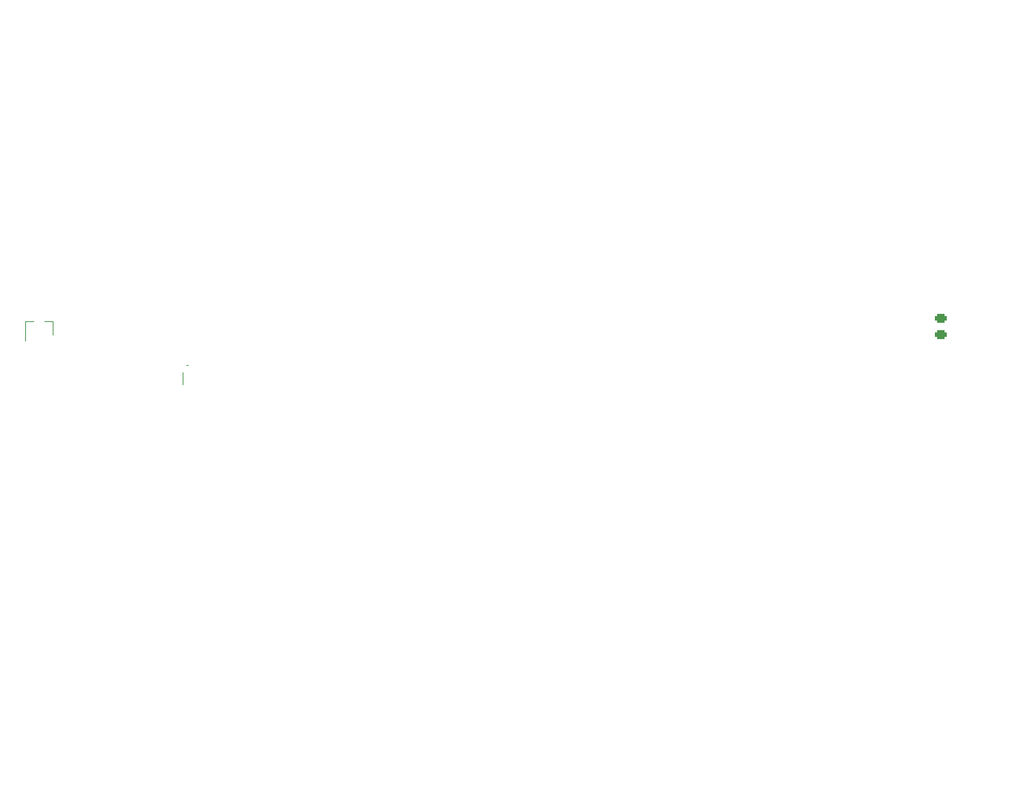
<source format=gbr>
%TF.GenerationSoftware,KiCad,Pcbnew,(6.0.0-0)*%
%TF.CreationDate,2022-01-13T13:44:14-08:00*%
%TF.ProjectId,hillside,68696c6c-7369-4646-952e-6b696361645f,0.1.1-alpha*%
%TF.SameCoordinates,Original*%
%TF.FileFunction,Legend,Top*%
%TF.FilePolarity,Positive*%
%FSLAX46Y46*%
G04 Gerber Fmt 4.6, Leading zero omitted, Abs format (unit mm)*
G04 Created by KiCad (PCBNEW (6.0.0-0)) date 2022-01-13 13:44:14*
%MOMM*%
%LPD*%
G01*
G04 APERTURE LIST*
G04 Aperture macros list*
%AMRoundRect*
0 Rectangle with rounded corners*
0 $1 Rounding radius*
0 $2 $3 $4 $5 $6 $7 $8 $9 X,Y pos of 4 corners*
0 Add a 4 corners polygon primitive as box body*
4,1,4,$2,$3,$4,$5,$6,$7,$8,$9,$2,$3,0*
0 Add four circle primitives for the rounded corners*
1,1,$1+$1,$2,$3*
1,1,$1+$1,$4,$5*
1,1,$1+$1,$6,$7*
1,1,$1+$1,$8,$9*
0 Add four rect primitives between the rounded corners*
20,1,$1+$1,$2,$3,$4,$5,0*
20,1,$1+$1,$4,$5,$6,$7,0*
20,1,$1+$1,$6,$7,$8,$9,0*
20,1,$1+$1,$8,$9,$2,$3,0*%
%AMRotRect*
0 Rectangle, with rotation*
0 The origin of the aperture is its center*
0 $1 length*
0 $2 width*
0 $3 Rotation angle, in degrees counterclockwise*
0 Add horizontal line*
21,1,$1,$2,0,0,$3*%
%AMFreePoly0*
4,1,22,0.500000,-0.750000,0.000000,-0.750000,0.000000,-0.745033,-0.079941,-0.743568,-0.215256,-0.701293,-0.333266,-0.622738,-0.424486,-0.514219,-0.481581,-0.384460,-0.499164,-0.250000,-0.500000,-0.250000,-0.500000,0.250000,-0.499164,0.250000,-0.499963,0.256109,-0.478152,0.396186,-0.417904,0.524511,-0.324060,0.630769,-0.204165,0.706417,-0.067858,0.745374,0.000000,0.744959,0.000000,0.750000,
0.500000,0.750000,0.500000,-0.750000,0.500000,-0.750000,$1*%
%AMFreePoly1*
4,1,20,0.000000,0.744959,0.073905,0.744508,0.209726,0.703889,0.328688,0.626782,0.421226,0.519385,0.479903,0.390333,0.500000,0.250000,0.500000,-0.250000,0.499851,-0.262216,0.476331,-0.402017,0.414519,-0.529596,0.319384,-0.634700,0.198574,-0.708877,0.061801,-0.746166,0.000000,-0.745033,0.000000,-0.750000,-0.500000,-0.750000,-0.500000,0.750000,0.000000,0.750000,0.000000,0.744959,
0.000000,0.744959,$1*%
%AMFreePoly2*
4,1,41,0.142350,0.531259,0.275000,0.476314,0.388909,0.388909,0.476314,0.275000,0.531259,0.142350,0.533280,0.127000,3.200000,0.127000,3.236070,0.121770,3.296138,0.082984,3.325733,0.017894,3.315473,-0.052868,3.268611,-0.106872,3.200000,-0.127000,0.533280,-0.127000,0.531259,-0.142350,0.476314,-0.275000,0.388909,-0.388909,0.275000,-0.476314,0.142350,-0.531259,0.000000,-0.550000,
-0.142350,-0.531259,-0.275000,-0.476314,-0.388909,-0.388909,-0.476314,-0.275000,-0.531259,-0.142350,-0.533280,-0.127000,-3.200000,-0.127000,-3.236070,-0.121770,-3.296138,-0.082984,-3.325733,-0.017894,-3.315473,0.052868,-3.268611,0.106872,-3.200000,0.127000,-0.533280,0.127000,-0.531259,0.142350,-0.476314,0.275000,-0.388909,0.388909,-0.275000,0.476314,-0.142350,0.531259,0.000000,0.550000,
0.142350,0.531259,0.142350,0.531259,$1*%
%AMFreePoly3*
4,1,37,0.042529,3.485692,0.118849,3.448880,0.171655,3.382612,0.190499,3.300000,0.190499,0.776079,0.350697,0.719035,0.501283,0.623470,0.626955,0.496918,0.721466,0.345669,0.780119,0.177240,0.800000,0.000000,0.799688,-0.022336,0.774867,-0.198952,0.711533,-0.365678,0.612836,-0.514230,0.483680,-0.637224,0.330484,-0.728547,0.160862,-0.783660,-0.016754,-0.799825,-0.193538,-0.776237,
-0.360702,-0.714070,-0.509939,-0.616411,-0.633832,-0.488116,-0.726222,-0.335562,-0.782518,-0.166330,-0.799922,0.011170,-0.777569,0.188114,-0.716569,0.355708,-0.619956,0.505623,-0.492529,0.630409,-0.340623,0.723862,-0.190500,0.774968,-0.190500,3.300332,-0.171511,3.382912,-0.118589,3.449087,-0.042205,3.485766,0.042529,3.485692,0.042529,3.485692,$1*%
%AMFreePoly4*
4,1,79,3.247393,0.331548,3.510113,0.291931,3.767268,0.225126,4.016045,0.131863,4.016051,0.131862,4.047682,0.106662,4.085411,0.100994,4.095361,0.093067,4.340858,0.003117,4.607304,-0.059768,4.879345,-0.090460,5.153106,-0.088520,5.424685,-0.053977,5.690213,0.012679,5.934412,0.106098,5.944248,0.114165,6.009113,0.124852,6.070632,0.101675,6.112320,0.050843,6.123007,-0.014022,
6.099830,-0.075541,6.048998,-0.117229,5.801562,-0.214010,5.545380,-0.284453,5.283248,-0.327788,5.018026,-0.343544,4.752607,-0.331548,4.489887,-0.291931,4.232732,-0.225126,3.983955,-0.131863,3.983949,-0.131862,3.952318,-0.106662,3.914589,-0.100994,3.904639,-0.093067,3.659142,-0.003117,3.392696,0.059768,3.120655,0.090460,2.846894,0.088520,2.575315,0.053977,2.309787,-0.012679,
2.065588,-0.106098,2.055752,-0.114165,2.051975,-0.114787,2.048998,-0.117229,1.801562,-0.214010,1.545380,-0.284453,1.283248,-0.327788,1.018026,-0.343544,0.752607,-0.331548,0.489887,-0.291931,0.232732,-0.225126,-0.016045,-0.131863,-0.016051,-0.131862,-0.033380,-0.118056,-0.063500,-0.109985,-0.109985,-0.063500,-0.127000,0.000000,-0.109985,0.063500,-0.063500,0.109985,0.000000,0.127000,
0.063500,0.109985,0.070207,0.103278,0.085411,0.100994,0.095361,0.093067,0.340858,0.003117,0.607304,-0.059768,0.879345,-0.090460,1.153106,-0.088520,1.424685,-0.053977,1.690213,0.012679,1.934412,0.106098,1.944248,0.114165,1.948025,0.114787,1.951002,0.117229,2.198438,0.214010,2.454620,0.284453,2.716752,0.327788,2.981974,0.343544,3.247393,0.331548,3.247393,0.331548,
$1*%
%AMFreePoly5*
4,1,31,7.836070,3.521770,7.896138,3.482984,7.925733,3.417894,7.915473,3.347132,7.868611,3.293128,7.800000,3.273000,6.402605,3.273000,3.039803,-0.089803,3.021679,-0.103336,3.018611,-0.106872,3.015866,-0.107677,3.010599,-0.111610,2.980023,-0.118192,2.950000,-0.127000,-2.800000,-0.127000,-2.836070,-0.121770,-2.896138,-0.082984,-2.925733,-0.017894,-2.915473,0.052868,-2.868611,0.106872,
-2.800000,0.127000,2.897394,0.127000,6.260197,3.489802,6.278320,3.503335,6.281389,3.506872,6.284135,3.507678,6.289401,3.511610,6.319977,3.518192,6.350000,3.527000,7.800000,3.527000,7.836070,3.521770,7.836070,3.521770,$1*%
%AMFreePoly6*
4,1,36,-0.382313,0.442677,-0.365044,0.435750,-0.364806,0.435194,-0.364250,0.434956,-0.127000,0.192314,-0.127000,0.250000,0.127000,0.250000,0.127000,-0.067459,0.185750,-0.127544,0.192765,-0.145034,0.200000,-0.162500,0.200000,-0.750000,0.185355,-0.785355,0.150000,-0.800000,-0.300000,-0.800000,-0.335355,-0.785355,-0.350000,-0.750000,-0.350000,-0.400000,-0.650000,-0.400000,-0.650000,-0.750000,
-0.664645,-0.785355,-0.700000,-0.800000,-0.950000,-0.800000,-0.985355,-0.785355,-1.000000,-0.750000,-1.000000,-0.162500,-0.992765,-0.145034,-0.985750,-0.127544,-0.435750,0.434956,-0.435194,0.435194,-0.434956,0.435750,-0.417687,0.442677,-0.400562,0.449996,-0.400000,0.449771,-0.399438,0.449996,-0.382313,0.442677,-0.382313,0.442677,$1*%
%AMFreePoly7*
4,1,236,0.063500,0.109985,0.083516,0.089969,0.097778,0.081900,0.103819,0.071645,0.249281,-0.050521,0.421854,-0.154522,0.608506,-0.230409,0.804691,-0.276334,1.005632,-0.291179,1.206436,-0.274582,1.402213,-0.226948,1.588195,-0.149436,1.759855,-0.043934,1.904249,0.079499,1.910198,0.089803,1.967130,0.122673,2.032870,0.122672,2.089803,0.089802,2.092711,0.084766,2.097776,0.081900,
2.103817,0.071645,2.249279,-0.050521,2.421852,-0.154522,2.608504,-0.230409,2.804689,-0.276334,3.005630,-0.291179,3.206434,-0.274582,3.402211,-0.226948,3.588193,-0.149436,3.759853,-0.043934,3.904247,0.079499,3.910196,0.089803,3.967128,0.122673,4.032868,0.122672,4.089801,0.089802,4.092709,0.084766,4.097774,0.081900,4.103815,0.071645,4.249277,-0.050521,4.421850,-0.154522,
4.608502,-0.230409,4.804687,-0.276334,5.005628,-0.291179,5.206432,-0.274582,5.402209,-0.226948,5.588191,-0.149436,5.759851,-0.043934,5.904245,0.079499,5.910194,0.089803,5.967126,0.122673,6.032866,0.122672,6.089799,0.089802,6.092707,0.084766,6.097772,0.081900,6.103813,0.071645,6.249275,-0.050521,6.421848,-0.154522,6.608500,-0.230409,6.804685,-0.276334,7.005626,-0.291179,
7.206430,-0.274582,7.402207,-0.226948,7.588189,-0.149436,7.759849,-0.043934,7.904243,0.079499,7.910192,0.089803,7.967124,0.122673,8.032864,0.122672,8.089797,0.089802,8.092705,0.084766,8.097770,0.081900,8.103811,0.071645,8.249273,-0.050521,8.421846,-0.154522,8.608498,-0.230409,8.804683,-0.276334,9.005624,-0.291179,9.206428,-0.274582,9.402205,-0.226948,9.588187,-0.149436,
9.759847,-0.043934,9.904241,0.079499,9.910190,0.089803,9.967122,0.122673,10.032862,0.122672,10.089795,0.089802,10.092703,0.084766,10.097768,0.081900,10.103809,0.071645,10.249271,-0.050521,10.421844,-0.154522,10.608496,-0.230409,10.804681,-0.276334,11.005622,-0.291179,11.206426,-0.274582,11.402203,-0.226948,11.588185,-0.149436,11.759845,-0.043934,11.904239,0.079499,11.910188,0.089803,
11.967120,0.122673,12.032860,0.122672,12.089793,0.089802,12.092701,0.084766,12.097766,0.081900,12.103807,0.071645,12.249269,-0.050521,12.421842,-0.154522,12.608494,-0.230409,12.804679,-0.276334,13.005620,-0.291179,13.206424,-0.274582,13.402201,-0.226948,13.588183,-0.149436,13.759843,-0.043934,13.904237,0.079499,13.910186,0.089803,13.967118,0.122673,14.032858,0.122672,14.089791,0.089802,
14.092699,0.084766,14.097764,0.081900,14.103805,0.071645,14.249267,-0.050521,14.421840,-0.154522,14.608492,-0.230409,14.804677,-0.276334,15.005618,-0.291179,15.206422,-0.274582,15.402199,-0.226948,15.588181,-0.149436,15.759841,-0.043934,15.904235,0.079499,15.910184,0.089803,15.967116,0.122673,16.032856,0.122672,16.089789,0.089802,16.122659,0.032870,16.122658,-0.032870,16.089788,-0.089803,
16.089785,-0.089805,15.924578,-0.233071,15.740755,-0.351516,15.542018,-0.442752,15.332369,-0.504943,15.116029,-0.536836,14.897353,-0.537790,14.680743,-0.507785,14.470560,-0.447425,14.271035,-0.357925,14.086185,-0.241088,14.000007,-0.167662,13.924580,-0.233071,13.740757,-0.351516,13.542020,-0.442752,13.332371,-0.504943,13.116031,-0.536836,12.897355,-0.537790,12.680745,-0.507785,12.470562,-0.447425,
12.271037,-0.357925,12.086187,-0.241088,12.000009,-0.167662,11.924582,-0.233071,11.740759,-0.351516,11.542022,-0.442752,11.332373,-0.504943,11.116033,-0.536836,10.897357,-0.537790,10.680747,-0.507785,10.470564,-0.447425,10.271039,-0.357925,10.086189,-0.241088,10.000011,-0.167662,9.924584,-0.233071,9.740761,-0.351516,9.542024,-0.442752,9.332375,-0.504943,9.116035,-0.536836,8.897359,-0.537790,
8.680749,-0.507785,8.470566,-0.447425,8.271041,-0.357925,8.086191,-0.241088,8.000013,-0.167662,7.924586,-0.233071,7.740763,-0.351516,7.542026,-0.442752,7.332377,-0.504943,7.116037,-0.536836,6.897361,-0.537790,6.680751,-0.507785,6.470568,-0.447425,6.271043,-0.357925,6.086193,-0.241088,6.000015,-0.167662,5.924588,-0.233071,5.740765,-0.351516,5.542028,-0.442752,5.332379,-0.504943,
5.116039,-0.536836,4.897363,-0.537790,4.680753,-0.507785,4.470570,-0.447425,4.271045,-0.357925,4.086195,-0.241088,4.000017,-0.167662,3.924590,-0.233071,3.740767,-0.351516,3.542030,-0.442752,3.332381,-0.504943,3.116041,-0.536836,2.897365,-0.537790,2.680755,-0.507785,2.470572,-0.447425,2.271047,-0.357925,2.086197,-0.241088,2.000019,-0.167662,1.924592,-0.233071,1.740769,-0.351516,
1.542032,-0.442752,1.332383,-0.504943,1.116043,-0.536836,0.897367,-0.537790,0.680757,-0.507785,0.470574,-0.447425,0.271049,-0.357925,0.086199,-0.241088,-0.080254,-0.099266,-0.088904,-0.084581,-0.109985,-0.063500,-0.127000,0.000000,-0.109985,0.063500,-0.063500,0.109985,0.000000,0.127000,0.063500,0.109985,0.063500,0.109985,$1*%
%AMFreePoly8*
4,1,74,0.090320,1.758079,0.239662,1.720567,0.375744,1.648515,0.490712,1.546082,0.531399,1.486883,0.554756,1.483183,0.658279,1.430436,0.740436,1.348279,0.793183,1.244756,0.811359,1.130000,0.793183,1.015244,0.742519,0.915810,0.751359,0.860000,0.733183,0.745244,0.680436,0.641721,0.598279,0.559564,0.494756,0.506817,0.380000,0.488641,0.323760,0.497549,0.127000,0.283428,
0.127000,-0.587846,0.211346,-0.711884,0.214346,-0.726349,0.220000,-0.740000,0.218118,-0.744543,0.219116,-0.749355,0.211010,-0.761703,0.205355,-0.775355,0.200813,-0.777237,0.198115,-0.781346,0.183652,-0.784345,0.170000,-0.790000,-0.120000,-0.790000,-0.130398,-0.785693,-0.141637,-0.785076,-0.147391,-0.778654,-0.155355,-0.775355,-0.159662,-0.764957,-0.167173,-0.756574,-0.166701,-0.747965,
-0.170000,-0.740000,-0.165693,-0.729602,-0.165076,-0.718363,-0.127000,-0.639038,-0.127000,0.293608,-0.266054,0.429002,-0.320017,0.401507,-0.430000,0.384087,-0.539983,0.401507,-0.639200,0.452060,-0.717940,0.530800,-0.768493,0.630017,-0.780316,0.704660,-0.475881,0.704660,-0.472794,0.697206,-0.464310,0.693692,-0.475123,0.703531,-0.475881,0.704660,-0.780316,0.704660,-0.785913,0.740000,
-0.768493,0.849983,-0.723736,0.937824,-0.763183,1.015244,-0.781359,1.130000,-0.763183,1.244756,-0.710436,1.348279,-0.628279,1.430436,-0.524756,1.483183,-0.512625,1.485104,-0.466247,1.551093,-0.350213,1.652316,-0.213384,1.722939,-0.063658,1.758885,0.090320,1.758079,0.090320,1.758079,$1*%
%AMFreePoly9*
4,1,68,0.090320,1.758079,0.239662,1.720567,0.375744,1.648515,0.490712,1.546082,0.531399,1.486883,0.554756,1.483183,0.658279,1.430436,0.740436,1.348279,0.793183,1.244756,0.811359,1.130000,0.793183,1.015244,0.740436,0.911721,0.670111,0.841396,0.693183,0.796115,0.711359,0.681359,0.693183,0.566603,0.640436,0.463080,0.558279,0.380923,0.454756,0.328176,0.340000,0.310000,
0.294288,0.317240,0.127000,0.135192,0.127000,-0.587846,0.211346,-0.711884,0.214346,-0.726349,0.220000,-0.740000,0.218118,-0.744543,0.219116,-0.749355,0.211010,-0.761703,0.205355,-0.775355,0.200813,-0.777237,0.198115,-0.781346,0.183652,-0.784345,0.170000,-0.790000,-0.120000,-0.790000,-0.130398,-0.785693,-0.141637,-0.785076,-0.147391,-0.778654,-0.155355,-0.775355,-0.159662,-0.764957,
-0.167173,-0.756574,-0.166701,-0.747965,-0.170000,-0.740000,-0.165693,-0.729602,-0.165076,-0.718363,-0.127000,-0.639038,-0.127000,0.104135,-0.395567,0.365633,-0.469983,0.377420,-0.569200,0.427973,-0.647940,0.506713,-0.698493,0.605930,-0.715913,0.715913,-0.698493,0.825896,-0.673555,0.874840,-0.710436,0.911721,-0.763183,1.015244,-0.781359,1.130000,-0.763183,1.244756,-0.710436,1.348279,
-0.628279,1.430436,-0.524756,1.483183,-0.512625,1.485104,-0.466247,1.551093,-0.350213,1.652316,-0.213384,1.722939,-0.063658,1.758885,0.090320,1.758079,0.090320,1.758079,$1*%
%AMFreePoly10*
4,1,66,0.090320,1.758079,0.239662,1.720567,0.375744,1.648515,0.490712,1.546082,0.531399,1.486883,0.554756,1.483183,0.658279,1.430436,0.740436,1.348279,0.793183,1.244756,0.811359,1.130000,0.793183,1.015244,0.742519,0.915810,0.751359,0.860000,0.733183,0.745244,0.680436,0.641721,0.598279,0.559564,0.494756,0.506817,0.380000,0.488641,0.323760,0.497549,0.127000,0.283428,
0.127000,-0.587846,0.211346,-0.711884,0.214346,-0.726349,0.220000,-0.740000,0.218118,-0.744543,0.219116,-0.749355,0.211010,-0.761703,0.205355,-0.775355,0.200813,-0.777237,0.198115,-0.781346,0.183652,-0.784345,0.170000,-0.790000,-0.120000,-0.790000,-0.130398,-0.785693,-0.141637,-0.785076,-0.147391,-0.778654,-0.155355,-0.775355,-0.159662,-0.764957,-0.167173,-0.756574,-0.166701,-0.747965,
-0.170000,-0.740000,-0.165693,-0.729602,-0.165076,-0.718363,-0.127000,-0.639038,-0.127000,0.293608,-0.245184,0.408682,-0.300000,0.400000,-0.409983,0.417420,-0.509200,0.467973,-0.587940,0.546713,-0.638493,0.645930,-0.655913,0.755913,-0.642064,0.843349,-0.710436,0.911721,-0.763183,1.015244,-0.781359,1.130000,-0.763183,1.244756,-0.710436,1.348279,-0.628279,1.430436,-0.524756,1.483183,
-0.512625,1.485104,-0.466247,1.551093,-0.350213,1.652316,-0.213384,1.722939,-0.063658,1.758885,0.090320,1.758079,0.090320,1.758079,$1*%
%AMFreePoly11*
4,1,31,9.086070,4.561770,9.146138,4.522984,9.175733,4.457894,9.165473,4.387132,9.118611,4.333128,9.050000,4.313000,7.092605,4.313000,2.689803,-0.089803,2.671679,-0.103336,2.668611,-0.106872,2.665866,-0.107677,2.660599,-0.111610,2.630023,-0.118192,2.600000,-0.127000,-3.450000,-0.127000,-3.486070,-0.121770,-3.546138,-0.082984,-3.575733,-0.017894,-3.565473,0.052868,-3.518611,0.106872,
-3.450000,0.127000,2.547394,0.127000,6.950197,4.529802,6.968320,4.543335,6.971389,4.546872,6.974135,4.547678,6.979401,4.551610,7.009977,4.558192,7.040000,4.567000,9.050000,4.567000,9.086070,4.561770,9.086070,4.561770,$1*%
%AMFreePoly12*
4,1,74,0.090320,1.758079,0.239662,1.720567,0.375744,1.648515,0.490712,1.546082,0.531399,1.486883,0.554756,1.483183,0.658279,1.430436,0.740436,1.348279,0.793183,1.244756,0.811359,1.130000,0.793183,1.015244,0.742519,0.915810,0.751359,0.860000,0.733183,0.745244,0.680436,0.641721,0.598279,0.559564,0.494756,0.506817,0.380000,0.488641,0.376841,0.489141,0.127000,0.190090,
0.127000,-0.587846,0.211346,-0.711884,0.214346,-0.726349,0.220000,-0.740000,0.218118,-0.744543,0.219116,-0.749355,0.211010,-0.761703,0.205355,-0.775355,0.200813,-0.777237,0.198115,-0.781346,0.183652,-0.784345,0.170000,-0.790000,-0.120000,-0.790000,-0.130398,-0.785693,-0.141637,-0.785076,-0.147391,-0.778654,-0.155355,-0.775355,-0.159662,-0.764957,-0.167173,-0.756574,-0.166701,-0.747965,
-0.170000,-0.740000,-0.165693,-0.729602,-0.165076,-0.718363,-0.127000,-0.639038,-0.127000,0.213346,-0.320215,0.401476,-0.430000,0.384087,-0.539983,0.401507,-0.639200,0.452060,-0.717940,0.530800,-0.768493,0.630017,-0.780316,0.704660,-0.475881,0.704660,-0.472794,0.697206,-0.464310,0.693692,-0.475123,0.703531,-0.475881,0.704660,-0.780316,0.704660,-0.785913,0.740000,-0.768493,0.849983,
-0.737725,0.910369,-0.799077,0.971721,-0.851824,1.075244,-0.870000,1.190000,-0.851824,1.304756,-0.799077,1.408279,-0.716920,1.490436,-0.613397,1.543183,-0.498641,1.561359,-0.461265,1.555439,-0.350213,1.652316,-0.213384,1.722939,-0.063658,1.758885,0.090320,1.758079,0.090320,1.758079,$1*%
%AMFreePoly13*
4,1,208,0.063500,0.109985,0.083519,0.089966,0.097776,0.081900,0.103817,0.071645,0.249279,-0.050521,0.421852,-0.154522,0.608504,-0.230409,0.804689,-0.276334,1.005630,-0.291179,1.206434,-0.274582,1.402211,-0.226948,1.588193,-0.149436,1.759853,-0.043934,1.904247,0.079499,1.910196,0.089803,1.967128,0.122673,2.032868,0.122672,2.089801,0.089802,2.092709,0.084766,2.097774,0.081900,
2.103815,0.071645,2.249277,-0.050521,2.421850,-0.154522,2.608502,-0.230409,2.804687,-0.276334,3.005628,-0.291179,3.206432,-0.274582,3.402209,-0.226948,3.588191,-0.149436,3.759851,-0.043934,3.904245,0.079499,3.910194,0.089803,3.967126,0.122673,4.032866,0.122672,4.089799,0.089802,4.092707,0.084766,4.097772,0.081900,4.103813,0.071645,4.249275,-0.050521,4.421848,-0.154522,
4.608500,-0.230409,4.804685,-0.276334,5.005626,-0.291179,5.206430,-0.274582,5.402207,-0.226948,5.588189,-0.149436,5.759849,-0.043934,5.904243,0.079499,5.910192,0.089803,5.967124,0.122673,6.032864,0.122672,6.089797,0.089802,6.092705,0.084766,6.097770,0.081900,6.103811,0.071645,6.249273,-0.050521,6.421846,-0.154522,6.608498,-0.230409,6.804683,-0.276334,7.005624,-0.291179,
7.206428,-0.274582,7.402205,-0.226948,7.588187,-0.149436,7.759847,-0.043934,7.904241,0.079499,7.910190,0.089803,7.967122,0.122673,8.032862,0.122672,8.089795,0.089802,8.092703,0.084766,8.097768,0.081900,8.103809,0.071645,8.249271,-0.050521,8.421844,-0.154522,8.608496,-0.230409,8.804681,-0.276334,9.005622,-0.291179,9.206426,-0.274582,9.402203,-0.226948,9.588185,-0.149436,
9.759845,-0.043934,9.904239,0.079499,9.910188,0.089803,9.967120,0.122673,10.032860,0.122672,10.089793,0.089802,10.092701,0.084766,10.097766,0.081900,10.103807,0.071645,10.249269,-0.050521,10.421842,-0.154522,10.608494,-0.230409,10.804679,-0.276334,11.005620,-0.291179,11.206424,-0.274582,11.402201,-0.226948,11.588183,-0.149436,11.759843,-0.043934,11.904237,0.079499,11.910186,0.089803,
11.967118,0.122673,12.032858,0.122672,12.089791,0.089802,12.092699,0.084766,12.097764,0.081900,12.103805,0.071645,12.249267,-0.050521,12.421840,-0.154522,12.608492,-0.230409,12.804677,-0.276334,13.005618,-0.291179,13.206422,-0.274582,13.402199,-0.226948,13.588181,-0.149436,13.759841,-0.043934,13.904235,0.079499,13.910184,0.089803,13.967116,0.122673,14.032856,0.122672,14.089789,0.089802,
14.122659,0.032870,14.122658,-0.032870,14.089788,-0.089803,14.089785,-0.089805,13.924578,-0.233071,13.740755,-0.351516,13.542018,-0.442752,13.332369,-0.504943,13.116029,-0.536836,12.897353,-0.537790,12.680743,-0.507785,12.470560,-0.447425,12.271035,-0.357925,12.086185,-0.241088,12.000007,-0.167662,11.924580,-0.233071,11.740757,-0.351516,11.542020,-0.442752,11.332371,-0.504943,11.116031,-0.536836,
10.897355,-0.537790,10.680745,-0.507785,10.470562,-0.447425,10.271037,-0.357925,10.086187,-0.241088,10.000009,-0.167662,9.924582,-0.233071,9.740759,-0.351516,9.542022,-0.442752,9.332373,-0.504943,9.116033,-0.536836,8.897357,-0.537790,8.680747,-0.507785,8.470564,-0.447425,8.271039,-0.357925,8.086189,-0.241088,8.000011,-0.167662,7.924584,-0.233071,7.740761,-0.351516,7.542024,-0.442752,
7.332375,-0.504943,7.116035,-0.536836,6.897359,-0.537790,6.680749,-0.507785,6.470566,-0.447425,6.271041,-0.357925,6.086191,-0.241088,6.000013,-0.167662,5.924586,-0.233071,5.740763,-0.351516,5.542026,-0.442752,5.332377,-0.504943,5.116037,-0.536836,4.897361,-0.537790,4.680751,-0.507785,4.470568,-0.447425,4.271043,-0.357925,4.086193,-0.241088,4.000015,-0.167662,3.924588,-0.233071,
3.740765,-0.351516,3.542028,-0.442752,3.332379,-0.504943,3.116039,-0.536836,2.897363,-0.537790,2.680753,-0.507785,2.470570,-0.447425,2.271045,-0.357925,2.086195,-0.241088,2.000017,-0.167662,1.924590,-0.233071,1.740767,-0.351516,1.542030,-0.442752,1.332381,-0.504943,1.116041,-0.536836,0.897365,-0.537790,0.680755,-0.507785,0.470572,-0.447425,0.271047,-0.357925,0.086197,-0.241088,
-0.080256,-0.099266,-0.088909,-0.084576,-0.109985,-0.063500,-0.127000,0.000000,-0.109985,0.063500,-0.063500,0.109985,0.000000,0.127000,0.063500,0.109985,0.063500,0.109985,$1*%
G04 Aperture macros list end*
%ADD10C,0.153000*%
%ADD11C,0.225000*%
%ADD12C,0.150000*%
%ADD13C,0.100000*%
%ADD14C,0.120000*%
%ADD15C,0.200000*%
%ADD16C,1.200000*%
%ADD17R,1.397000X1.397000*%
%ADD18C,0.270000*%
%ADD19RotRect,1.650000X0.820000X345.000000*%
%ADD20RoundRect,0.205000X-0.651932X-0.037547X0.545816X-0.358483X0.651932X0.037547X-0.545816X0.358483X0*%
%ADD21R,1.650000X0.820000*%
%ADD22RoundRect,0.205000X-0.620000X-0.205000X0.620000X-0.205000X0.620000X0.205000X-0.620000X0.205000X0*%
%ADD23RotRect,1.650000X0.820000X330.000000*%
%ADD24RoundRect,0.205000X-0.639436X0.132465X0.434436X-0.487535X0.639436X-0.132465X-0.434436X0.487535X0*%
%ADD25O,2.500000X1.700000*%
%ADD26C,1.524000*%
%ADD27C,5.000000*%
%ADD28C,4.400000*%
%ADD29C,3.400000*%
%ADD30R,3.200000X2.000000*%
%ADD31C,1.700000*%
%ADD32R,2.000000X2.000000*%
%ADD33C,2.000000*%
%ADD34R,0.800000X0.900000*%
%ADD35RotRect,0.900000X0.800000X75.000000*%
%ADD36RotRect,0.900000X0.800000X45.000000*%
%ADD37FreePoly0,270.000000*%
%ADD38FreePoly1,270.000000*%
%ADD39RoundRect,0.250100X0.449900X-0.262400X0.449900X0.262400X-0.449900X0.262400X-0.449900X-0.262400X0*%
%ADD40RoundRect,0.249998X0.450002X-0.262502X0.450002X0.262502X-0.450002X0.262502X-0.450002X-0.262502X0*%
%ADD41R,1.700000X1.700000*%
%ADD42O,1.700000X1.700000*%
%ADD43RoundRect,0.250000X-0.250000X-0.475000X0.250000X-0.475000X0.250000X0.475000X-0.250000X0.475000X0*%
%ADD44R,1.100000X1.800000*%
%ADD45FreePoly2,90.000000*%
%ADD46FreePoly3,295.000000*%
%ADD47C,1.600000*%
%ADD48FreePoly4,0.000000*%
%ADD49FreePoly5,0.000000*%
%ADD50FreePoly6,0.000000*%
%ADD51FreePoly7,0.000000*%
%ADD52FreePoly8,0.000000*%
%ADD53FreePoly9,0.000000*%
%ADD54FreePoly10,0.000000*%
%ADD55FreePoly11,0.000000*%
%ADD56FreePoly12,0.000000*%
%ADD57FreePoly13,0.000000*%
G04 APERTURE END LIST*
D10*
X158623735Y-107691428D02*
X158666592Y-107734285D01*
X158623735Y-107777142D01*
X158580878Y-107734285D01*
X158623735Y-107691428D01*
X158623735Y-107777142D01*
X159523735Y-107777142D02*
X159009450Y-107777142D01*
X159266592Y-107777142D02*
X159266592Y-106877142D01*
X159180878Y-107005714D01*
X159095164Y-107091428D01*
X159009450Y-107134285D01*
X149037545Y-109157380D02*
X149037545Y-108157380D01*
X149418497Y-108157380D01*
X149513735Y-108205000D01*
X149561354Y-108252619D01*
X149608973Y-108347857D01*
X149608973Y-108490714D01*
X149561354Y-108585952D01*
X149513735Y-108633571D01*
X149418497Y-108681190D01*
X149037545Y-108681190D01*
X150608973Y-109062142D02*
X150561354Y-109109761D01*
X150418497Y-109157380D01*
X150323259Y-109157380D01*
X150180402Y-109109761D01*
X150085164Y-109014523D01*
X150037545Y-108919285D01*
X149989926Y-108728809D01*
X149989926Y-108585952D01*
X150037545Y-108395476D01*
X150085164Y-108300238D01*
X150180402Y-108205000D01*
X150323259Y-108157380D01*
X150418497Y-108157380D01*
X150561354Y-108205000D01*
X150608973Y-108252619D01*
X151370878Y-108633571D02*
X151513735Y-108681190D01*
X151561354Y-108728809D01*
X151608973Y-108824047D01*
X151608973Y-108966904D01*
X151561354Y-109062142D01*
X151513735Y-109109761D01*
X151418497Y-109157380D01*
X151037545Y-109157380D01*
X151037545Y-108157380D01*
X151370878Y-108157380D01*
X151466116Y-108205000D01*
X151513735Y-108252619D01*
X151561354Y-108347857D01*
X151561354Y-108443095D01*
X151513735Y-108538333D01*
X151466116Y-108585952D01*
X151370878Y-108633571D01*
X151037545Y-108633571D01*
X152799450Y-109157380D02*
X152799450Y-108157380D01*
X152799450Y-108538333D02*
X152894688Y-108490714D01*
X153085164Y-108490714D01*
X153180402Y-108538333D01*
X153228021Y-108585952D01*
X153275640Y-108681190D01*
X153275640Y-108966904D01*
X153228021Y-109062142D01*
X153180402Y-109109761D01*
X153085164Y-109157380D01*
X152894688Y-109157380D01*
X152799450Y-109109761D01*
X153608973Y-108490714D02*
X153847069Y-109157380D01*
X154085164Y-108490714D02*
X153847069Y-109157380D01*
X153751830Y-109395476D01*
X153704211Y-109443095D01*
X153608973Y-109490714D01*
X150561354Y-110767380D02*
X150561354Y-109767380D01*
X150894688Y-110481666D01*
X151228021Y-109767380D01*
X151228021Y-110767380D01*
X151704211Y-110767380D02*
X151704211Y-109767380D01*
X152037545Y-110481666D01*
X152370878Y-109767380D01*
X152370878Y-110767380D01*
%TO.C,J2*%
X214861428Y-125522380D02*
X215432857Y-125522380D01*
X215147142Y-126522380D02*
X215147142Y-125522380D01*
X216337619Y-126522380D02*
X216004285Y-126046190D01*
X215766190Y-126522380D02*
X215766190Y-125522380D01*
X216147142Y-125522380D01*
X216242380Y-125570000D01*
X216290000Y-125617619D01*
X216337619Y-125712857D01*
X216337619Y-125855714D01*
X216290000Y-125950952D01*
X216242380Y-125998571D01*
X216147142Y-126046190D01*
X215766190Y-126046190D01*
X217051904Y-126903333D02*
X217004285Y-126855714D01*
X216909047Y-126712857D01*
X216861428Y-126617619D01*
X216813809Y-126474761D01*
X216766190Y-126236666D01*
X216766190Y-126046190D01*
X216813809Y-125808095D01*
X216861428Y-125665238D01*
X216909047Y-125570000D01*
X217004285Y-125427142D01*
X217051904Y-125379523D01*
X218004285Y-126522380D02*
X217670952Y-126046190D01*
X217432857Y-126522380D02*
X217432857Y-125522380D01*
X217813809Y-125522380D01*
X217909047Y-125570000D01*
X217956666Y-125617619D01*
X218004285Y-125712857D01*
X218004285Y-125855714D01*
X217956666Y-125950952D01*
X217909047Y-125998571D01*
X217813809Y-126046190D01*
X217432857Y-126046190D01*
X218337619Y-126903333D02*
X218385238Y-126855714D01*
X218480476Y-126712857D01*
X218528095Y-126617619D01*
X218575714Y-126474761D01*
X218623333Y-126236666D01*
X218623333Y-126046190D01*
X218575714Y-125808095D01*
X218528095Y-125665238D01*
X218480476Y-125570000D01*
X218385238Y-125427142D01*
X218337619Y-125379523D01*
X219051904Y-126474761D02*
X219194761Y-126522380D01*
X219432857Y-126522380D01*
X219528095Y-126474761D01*
X219575714Y-126427142D01*
X219623333Y-126331904D01*
X219623333Y-126236666D01*
X219575714Y-126141428D01*
X219528095Y-126093809D01*
X219432857Y-126046190D01*
X219242380Y-125998571D01*
X219147142Y-125950952D01*
X219099523Y-125903333D01*
X219051904Y-125808095D01*
X219051904Y-125712857D01*
X219099523Y-125617619D01*
X219147142Y-125570000D01*
X219242380Y-125522380D01*
X219480476Y-125522380D01*
X219623333Y-125570000D01*
D11*
%TO.C,U1*%
X203561428Y-70131428D02*
X205061428Y-70131428D01*
X203990000Y-70431428D01*
X205061428Y-70731428D01*
X203561428Y-70731428D01*
X203561428Y-71545714D02*
X204347142Y-71545714D01*
X204490000Y-71502857D01*
X204561428Y-71417142D01*
X204561428Y-71245714D01*
X204490000Y-71160000D01*
X203632857Y-71545714D02*
X203561428Y-71460000D01*
X203561428Y-71245714D01*
X203632857Y-71160000D01*
X203775714Y-71117142D01*
X203918571Y-71117142D01*
X204061428Y-71160000D01*
X204132857Y-71245714D01*
X204132857Y-71460000D01*
X204204285Y-71545714D01*
X204561428Y-71845714D02*
X204561428Y-72188571D01*
X205061428Y-71974285D02*
X203775714Y-71974285D01*
X203632857Y-72017142D01*
X203561428Y-72102857D01*
X203561428Y-72188571D01*
X203632857Y-72874285D02*
X203561428Y-72788571D01*
X203561428Y-72617142D01*
X203632857Y-72531428D01*
X203704285Y-72488571D01*
X203847142Y-72445714D01*
X204275714Y-72445714D01*
X204418571Y-72488571D01*
X204490000Y-72531428D01*
X204561428Y-72617142D01*
X204561428Y-72788571D01*
X204490000Y-72874285D01*
X203561428Y-73260000D02*
X205061428Y-73260000D01*
X203561428Y-73645714D02*
X204347142Y-73645714D01*
X204490000Y-73602857D01*
X204561428Y-73517142D01*
X204561428Y-73388571D01*
X204490000Y-73302857D01*
X204418571Y-73260000D01*
X204561428Y-74674285D02*
X203561428Y-74845714D01*
X204275714Y-75017142D01*
X203561428Y-75188571D01*
X204561428Y-75360000D01*
X203561428Y-75702857D02*
X204561428Y-75702857D01*
X205061428Y-75702857D02*
X204990000Y-75660000D01*
X204918571Y-75702857D01*
X204990000Y-75745714D01*
X205061428Y-75702857D01*
X204918571Y-75702857D01*
X204561428Y-76002857D02*
X204561428Y-76345714D01*
X205061428Y-76131428D02*
X203775714Y-76131428D01*
X203632857Y-76174285D01*
X203561428Y-76260000D01*
X203561428Y-76345714D01*
X203561428Y-76645714D02*
X205061428Y-76645714D01*
X203561428Y-77031428D02*
X204347142Y-77031428D01*
X204490000Y-76988571D01*
X204561428Y-76902857D01*
X204561428Y-76774285D01*
X204490000Y-76688571D01*
X204418571Y-76645714D01*
X203561428Y-78145714D02*
X205061428Y-78145714D01*
X203990000Y-78445714D01*
X205061428Y-78745714D01*
X203561428Y-78745714D01*
X203704285Y-79688571D02*
X203632857Y-79645714D01*
X203561428Y-79517142D01*
X203561428Y-79431428D01*
X203632857Y-79302857D01*
X203775714Y-79217142D01*
X203918571Y-79174285D01*
X204204285Y-79131428D01*
X204418571Y-79131428D01*
X204704285Y-79174285D01*
X204847142Y-79217142D01*
X204990000Y-79302857D01*
X205061428Y-79431428D01*
X205061428Y-79517142D01*
X204990000Y-79645714D01*
X204918571Y-79688571D01*
X205061428Y-80074285D02*
X203847142Y-80074285D01*
X203704285Y-80117142D01*
X203632857Y-80160000D01*
X203561428Y-80245714D01*
X203561428Y-80417142D01*
X203632857Y-80502857D01*
X203704285Y-80545714D01*
X203847142Y-80588571D01*
X205061428Y-80588571D01*
X204561428Y-81702857D02*
X203061428Y-81702857D01*
X204490000Y-81702857D02*
X204561428Y-81788571D01*
X204561428Y-81960000D01*
X204490000Y-82045714D01*
X204418571Y-82088571D01*
X204275714Y-82131428D01*
X203847142Y-82131428D01*
X203704285Y-82088571D01*
X203632857Y-82045714D01*
X203561428Y-81960000D01*
X203561428Y-81788571D01*
X203632857Y-81702857D01*
X203561428Y-82517142D02*
X204561428Y-82517142D01*
X205061428Y-82517142D02*
X204990000Y-82474285D01*
X204918571Y-82517142D01*
X204990000Y-82560000D01*
X205061428Y-82517142D01*
X204918571Y-82517142D01*
X204561428Y-82945714D02*
X203561428Y-82945714D01*
X204418571Y-82945714D02*
X204490000Y-82988571D01*
X204561428Y-83074285D01*
X204561428Y-83202857D01*
X204490000Y-83288571D01*
X204347142Y-83331428D01*
X203561428Y-83331428D01*
X203561428Y-84574285D02*
X203632857Y-84488571D01*
X203775714Y-84445714D01*
X205061428Y-84445714D01*
X203561428Y-85302857D02*
X204347142Y-85302857D01*
X204490000Y-85260000D01*
X204561428Y-85174285D01*
X204561428Y-85002857D01*
X204490000Y-84917142D01*
X203632857Y-85302857D02*
X203561428Y-85217142D01*
X203561428Y-85002857D01*
X203632857Y-84917142D01*
X203775714Y-84874285D01*
X203918571Y-84874285D01*
X204061428Y-84917142D01*
X204132857Y-85002857D01*
X204132857Y-85217142D01*
X204204285Y-85302857D01*
X203561428Y-85731428D02*
X205061428Y-85731428D01*
X204490000Y-85731428D02*
X204561428Y-85817142D01*
X204561428Y-85988571D01*
X204490000Y-86074285D01*
X204418571Y-86117142D01*
X204275714Y-86160000D01*
X203847142Y-86160000D01*
X203704285Y-86117142D01*
X203632857Y-86074285D01*
X203561428Y-85988571D01*
X203561428Y-85817142D01*
X203632857Y-85731428D01*
X203632857Y-86888571D02*
X203561428Y-86802857D01*
X203561428Y-86631428D01*
X203632857Y-86545714D01*
X203775714Y-86502857D01*
X204347142Y-86502857D01*
X204490000Y-86545714D01*
X204561428Y-86631428D01*
X204561428Y-86802857D01*
X204490000Y-86888571D01*
X204347142Y-86931428D01*
X204204285Y-86931428D01*
X204061428Y-86502857D01*
X203561428Y-87445714D02*
X203632857Y-87360000D01*
X203775714Y-87317142D01*
X205061428Y-87317142D01*
X203632857Y-87745714D02*
X203561428Y-87831428D01*
X203561428Y-88002857D01*
X203632857Y-88088571D01*
X203775714Y-88131428D01*
X203847142Y-88131428D01*
X203990000Y-88088571D01*
X204061428Y-88002857D01*
X204061428Y-87874285D01*
X204132857Y-87788571D01*
X204275714Y-87745714D01*
X204347142Y-87745714D01*
X204490000Y-87788571D01*
X204561428Y-87874285D01*
X204561428Y-88002857D01*
X204490000Y-88088571D01*
D12*
X208835715Y-87614380D02*
X208635715Y-87138190D01*
X208492857Y-87614380D02*
X208492857Y-86614380D01*
X208721429Y-86614380D01*
X208778572Y-86662000D01*
X208807143Y-86709619D01*
X208835715Y-86804857D01*
X208835715Y-86947714D01*
X208807143Y-87042952D01*
X208778572Y-87090571D01*
X208721429Y-87138190D01*
X208492857Y-87138190D01*
X209207143Y-86614380D02*
X209321429Y-86614380D01*
X209378572Y-86662000D01*
X209435715Y-86757238D01*
X209464286Y-86947714D01*
X209464286Y-87281047D01*
X209435715Y-87471523D01*
X209378572Y-87566761D01*
X209321429Y-87614380D01*
X209207143Y-87614380D01*
X209150000Y-87566761D01*
X209092857Y-87471523D01*
X209064286Y-87281047D01*
X209064286Y-86947714D01*
X209092857Y-86757238D01*
X209150000Y-86662000D01*
X209207143Y-86614380D01*
X209664286Y-86614380D02*
X209807143Y-87614380D01*
X209921429Y-86900095D01*
X210035715Y-87614380D01*
X210178572Y-86614380D01*
X210521429Y-86614380D02*
X210578572Y-86614380D01*
X210635715Y-86662000D01*
X210664286Y-86709619D01*
X210692857Y-86804857D01*
X210721429Y-86995333D01*
X210721429Y-87233428D01*
X210692857Y-87423904D01*
X210664286Y-87519142D01*
X210635715Y-87566761D01*
X210578572Y-87614380D01*
X210521429Y-87614380D01*
X210464286Y-87566761D01*
X210435715Y-87519142D01*
X210407143Y-87423904D01*
X210378572Y-87233428D01*
X210378572Y-86995333D01*
X210407143Y-86804857D01*
X210435715Y-86709619D01*
X210464286Y-86662000D01*
X210521429Y-86614380D01*
X210978572Y-87233428D02*
X211435715Y-87233428D01*
X211721429Y-86947714D02*
X212178572Y-87233428D01*
X211721429Y-87519142D01*
X194300000Y-67294380D02*
X194100000Y-66818190D01*
X193957143Y-67294380D02*
X193957143Y-66294380D01*
X194185714Y-66294380D01*
X194242857Y-66342000D01*
X194271428Y-66389619D01*
X194300000Y-66484857D01*
X194300000Y-66627714D01*
X194271428Y-66722952D01*
X194242857Y-66770571D01*
X194185714Y-66818190D01*
X193957143Y-66818190D01*
X194528571Y-67008666D02*
X194814285Y-67008666D01*
X194471428Y-67294380D02*
X194671428Y-66294380D01*
X194871428Y-67294380D01*
X195014285Y-66294380D02*
X195157143Y-67294380D01*
X195271428Y-66580095D01*
X195385714Y-67294380D01*
X195528571Y-66294380D01*
X195757143Y-66913428D02*
X196214285Y-66913428D01*
X196500000Y-66627714D02*
X196957143Y-66913428D01*
X196500000Y-67199142D01*
X210149999Y-84979142D02*
X210121428Y-85026761D01*
X210035714Y-85074380D01*
X209978571Y-85074380D01*
X209892857Y-85026761D01*
X209835714Y-84931523D01*
X209807142Y-84836285D01*
X209778571Y-84645809D01*
X209778571Y-84502952D01*
X209807142Y-84312476D01*
X209835714Y-84217238D01*
X209892857Y-84122000D01*
X209978571Y-84074380D01*
X210035714Y-84074380D01*
X210121428Y-84122000D01*
X210149999Y-84169619D01*
X210664285Y-84074380D02*
X210549999Y-84074380D01*
X210492857Y-84122000D01*
X210464285Y-84169619D01*
X210407142Y-84312476D01*
X210378571Y-84502952D01*
X210378571Y-84883904D01*
X210407142Y-84979142D01*
X210435714Y-85026761D01*
X210492857Y-85074380D01*
X210607142Y-85074380D01*
X210664285Y-85026761D01*
X210692857Y-84979142D01*
X210721428Y-84883904D01*
X210721428Y-84645809D01*
X210692857Y-84550571D01*
X210664285Y-84502952D01*
X210607142Y-84455333D01*
X210492857Y-84455333D01*
X210435714Y-84502952D01*
X210407142Y-84550571D01*
X210378571Y-84645809D01*
X210978571Y-84693428D02*
X211435714Y-84693428D01*
X211721428Y-84407714D02*
X212178571Y-84693428D01*
X211721428Y-84979142D01*
X193014285Y-79470571D02*
X193214285Y-79470571D01*
X193299999Y-79994380D02*
X193014285Y-79994380D01*
X193014285Y-78994380D01*
X193299999Y-78994380D01*
X193557142Y-79994380D02*
X193557142Y-78994380D01*
X193899999Y-79994380D01*
X193899999Y-78994380D01*
X194528571Y-79899142D02*
X194499999Y-79946761D01*
X194414285Y-79994380D01*
X194357142Y-79994380D01*
X194271428Y-79946761D01*
X194214285Y-79851523D01*
X194185714Y-79756285D01*
X194157142Y-79565809D01*
X194157142Y-79422952D01*
X194185714Y-79232476D01*
X194214285Y-79137238D01*
X194271428Y-79042000D01*
X194357142Y-78994380D01*
X194414285Y-78994380D01*
X194499999Y-79042000D01*
X194528571Y-79089619D01*
X194642856Y-80089619D02*
X195099999Y-80089619D01*
X195214285Y-79708666D02*
X195499999Y-79708666D01*
X195157142Y-79994380D02*
X195357142Y-78994380D01*
X195557142Y-79994380D01*
X195757142Y-79613428D02*
X196214285Y-79613428D01*
X196499999Y-79327714D02*
X196957142Y-79613428D01*
X196499999Y-79899142D01*
X193814286Y-84979142D02*
X193785714Y-85026761D01*
X193700000Y-85074380D01*
X193642857Y-85074380D01*
X193557143Y-85026761D01*
X193500000Y-84931523D01*
X193471428Y-84836285D01*
X193442857Y-84645809D01*
X193442857Y-84502952D01*
X193471428Y-84312476D01*
X193500000Y-84217238D01*
X193557143Y-84122000D01*
X193642857Y-84074380D01*
X193700000Y-84074380D01*
X193785714Y-84122000D01*
X193814286Y-84169619D01*
X194185714Y-84074380D02*
X194300000Y-84074380D01*
X194357143Y-84122000D01*
X194414286Y-84217238D01*
X194442857Y-84407714D01*
X194442857Y-84741047D01*
X194414286Y-84931523D01*
X194357143Y-85026761D01*
X194300000Y-85074380D01*
X194185714Y-85074380D01*
X194128571Y-85026761D01*
X194071428Y-84931523D01*
X194042857Y-84741047D01*
X194042857Y-84407714D01*
X194071428Y-84217238D01*
X194128571Y-84122000D01*
X194185714Y-84074380D01*
X194985714Y-85074380D02*
X194700000Y-85074380D01*
X194700000Y-84074380D01*
X195500000Y-85074380D02*
X195157143Y-85074380D01*
X195328571Y-85074380D02*
X195328571Y-84074380D01*
X195271428Y-84217238D01*
X195214286Y-84312476D01*
X195157143Y-84360095D01*
X195757143Y-84693428D02*
X196214286Y-84693428D01*
X196500000Y-84407714D02*
X196957143Y-84693428D01*
X196500000Y-84979142D01*
X200797500Y-69127714D02*
X200111785Y-69413428D01*
X200797500Y-69699142D01*
X201226071Y-69413428D02*
X201911785Y-69413428D01*
X202340357Y-69413428D02*
X203026071Y-69413428D01*
X194242857Y-68882000D02*
X194185714Y-68834380D01*
X194099999Y-68834380D01*
X194014285Y-68882000D01*
X193957142Y-68977238D01*
X193928571Y-69072476D01*
X193899999Y-69262952D01*
X193899999Y-69405809D01*
X193928571Y-69596285D01*
X193957142Y-69691523D01*
X194014285Y-69786761D01*
X194099999Y-69834380D01*
X194157142Y-69834380D01*
X194242857Y-69786761D01*
X194271428Y-69739142D01*
X194271428Y-69405809D01*
X194157142Y-69405809D01*
X194528571Y-69834380D02*
X194528571Y-68834380D01*
X194871428Y-69834380D01*
X194871428Y-68834380D01*
X195157142Y-69834380D02*
X195157142Y-68834380D01*
X195299999Y-68834380D01*
X195385714Y-68882000D01*
X195442857Y-68977238D01*
X195471428Y-69072476D01*
X195499999Y-69262952D01*
X195499999Y-69405809D01*
X195471428Y-69596285D01*
X195442857Y-69691523D01*
X195385714Y-69786761D01*
X195299999Y-69834380D01*
X195157142Y-69834380D01*
X195757142Y-69453428D02*
X196214285Y-69453428D01*
X196499999Y-69167714D02*
X196957142Y-69453428D01*
X196499999Y-69739142D01*
X209264286Y-77406761D02*
X209350000Y-77454380D01*
X209492857Y-77454380D01*
X209550000Y-77406761D01*
X209578572Y-77359142D01*
X209607143Y-77263904D01*
X209607143Y-77168666D01*
X209578572Y-77073428D01*
X209550000Y-77025809D01*
X209492857Y-76978190D01*
X209378572Y-76930571D01*
X209321429Y-76882952D01*
X209292857Y-76835333D01*
X209264286Y-76740095D01*
X209264286Y-76644857D01*
X209292857Y-76549619D01*
X209321429Y-76502000D01*
X209378572Y-76454380D01*
X209521429Y-76454380D01*
X209607143Y-76502000D01*
X209864286Y-77454380D02*
X209864286Y-76454380D01*
X210007143Y-76454380D01*
X210092857Y-76502000D01*
X210150000Y-76597238D01*
X210178572Y-76692476D01*
X210207143Y-76882952D01*
X210207143Y-77025809D01*
X210178572Y-77216285D01*
X210150000Y-77311523D01*
X210092857Y-77406761D01*
X210007143Y-77454380D01*
X209864286Y-77454380D01*
X210435715Y-77168666D02*
X210721429Y-77168666D01*
X210378572Y-77454380D02*
X210578572Y-76454380D01*
X210778572Y-77454380D01*
X210978572Y-77073428D02*
X211435715Y-77073428D01*
X211721429Y-76787714D02*
X212178572Y-77073428D01*
X211721429Y-77359142D01*
X193957142Y-73914380D02*
X194157142Y-74914380D01*
X194357142Y-73914380D01*
X194900000Y-74819142D02*
X194871428Y-74866761D01*
X194785714Y-74914380D01*
X194728571Y-74914380D01*
X194642857Y-74866761D01*
X194585714Y-74771523D01*
X194557142Y-74676285D01*
X194528571Y-74485809D01*
X194528571Y-74342952D01*
X194557142Y-74152476D01*
X194585714Y-74057238D01*
X194642857Y-73962000D01*
X194728571Y-73914380D01*
X194785714Y-73914380D01*
X194871428Y-73962000D01*
X194900000Y-74009619D01*
X195500000Y-74819142D02*
X195471428Y-74866761D01*
X195385714Y-74914380D01*
X195328571Y-74914380D01*
X195242857Y-74866761D01*
X195185714Y-74771523D01*
X195157142Y-74676285D01*
X195128571Y-74485809D01*
X195128571Y-74342952D01*
X195157142Y-74152476D01*
X195185714Y-74057238D01*
X195242857Y-73962000D01*
X195328571Y-73914380D01*
X195385714Y-73914380D01*
X195471428Y-73962000D01*
X195500000Y-74009619D01*
X195757142Y-74533428D02*
X196214285Y-74533428D01*
X196500000Y-74247714D02*
X196957142Y-74533428D01*
X196500000Y-74819142D01*
X208892857Y-69834380D02*
X208892857Y-68834380D01*
X209035715Y-68834380D01*
X209121429Y-68882000D01*
X209178572Y-68977238D01*
X209207143Y-69072476D01*
X209235715Y-69262952D01*
X209235715Y-69405809D01*
X209207143Y-69596285D01*
X209178572Y-69691523D01*
X209121429Y-69786761D01*
X209035715Y-69834380D01*
X208892857Y-69834380D01*
X209464286Y-69548666D02*
X209750000Y-69548666D01*
X209407143Y-69834380D02*
X209607143Y-68834380D01*
X209807143Y-69834380D01*
X209921429Y-68834380D02*
X210264286Y-68834380D01*
X210092857Y-69834380D02*
X210092857Y-68834380D01*
X210435715Y-69548666D02*
X210721429Y-69548666D01*
X210378572Y-69834380D02*
X210578572Y-68834380D01*
X210778572Y-69834380D01*
X210978572Y-69453428D02*
X211435715Y-69453428D01*
X211721429Y-69167714D02*
X212178572Y-69453428D01*
X211721429Y-69739142D01*
X193814286Y-82439142D02*
X193785714Y-82486761D01*
X193700000Y-82534380D01*
X193642857Y-82534380D01*
X193557143Y-82486761D01*
X193500000Y-82391523D01*
X193471428Y-82296285D01*
X193442857Y-82105809D01*
X193442857Y-81962952D01*
X193471428Y-81772476D01*
X193500000Y-81677238D01*
X193557143Y-81582000D01*
X193642857Y-81534380D01*
X193700000Y-81534380D01*
X193785714Y-81582000D01*
X193814286Y-81629619D01*
X194185714Y-81534380D02*
X194300000Y-81534380D01*
X194357143Y-81582000D01*
X194414286Y-81677238D01*
X194442857Y-81867714D01*
X194442857Y-82201047D01*
X194414286Y-82391523D01*
X194357143Y-82486761D01*
X194300000Y-82534380D01*
X194185714Y-82534380D01*
X194128571Y-82486761D01*
X194071428Y-82391523D01*
X194042857Y-82201047D01*
X194042857Y-81867714D01*
X194071428Y-81677238D01*
X194128571Y-81582000D01*
X194185714Y-81534380D01*
X194985714Y-82534380D02*
X194700000Y-82534380D01*
X194700000Y-81534380D01*
X195300000Y-81534380D02*
X195357143Y-81534380D01*
X195414286Y-81582000D01*
X195442857Y-81629619D01*
X195471428Y-81724857D01*
X195500000Y-81915333D01*
X195500000Y-82153428D01*
X195471428Y-82343904D01*
X195442857Y-82439142D01*
X195414286Y-82486761D01*
X195357143Y-82534380D01*
X195300000Y-82534380D01*
X195242857Y-82486761D01*
X195214286Y-82439142D01*
X195185714Y-82343904D01*
X195157143Y-82153428D01*
X195157143Y-81915333D01*
X195185714Y-81724857D01*
X195214286Y-81629619D01*
X195242857Y-81582000D01*
X195300000Y-81534380D01*
X195757143Y-82153428D02*
X196214286Y-82153428D01*
X196500000Y-81867714D02*
X196957143Y-82153428D01*
X196500000Y-82439142D01*
X208835715Y-92694380D02*
X208635715Y-92218190D01*
X208492857Y-92694380D02*
X208492857Y-91694380D01*
X208721429Y-91694380D01*
X208778572Y-91742000D01*
X208807143Y-91789619D01*
X208835715Y-91884857D01*
X208835715Y-92027714D01*
X208807143Y-92122952D01*
X208778572Y-92170571D01*
X208721429Y-92218190D01*
X208492857Y-92218190D01*
X209207143Y-91694380D02*
X209321429Y-91694380D01*
X209378572Y-91742000D01*
X209435715Y-91837238D01*
X209464286Y-92027714D01*
X209464286Y-92361047D01*
X209435715Y-92551523D01*
X209378572Y-92646761D01*
X209321429Y-92694380D01*
X209207143Y-92694380D01*
X209150000Y-92646761D01*
X209092857Y-92551523D01*
X209064286Y-92361047D01*
X209064286Y-92027714D01*
X209092857Y-91837238D01*
X209150000Y-91742000D01*
X209207143Y-91694380D01*
X209664286Y-91694380D02*
X209807143Y-92694380D01*
X209921429Y-91980095D01*
X210035715Y-92694380D01*
X210178572Y-91694380D01*
X210378572Y-91789619D02*
X210407143Y-91742000D01*
X210464286Y-91694380D01*
X210607143Y-91694380D01*
X210664286Y-91742000D01*
X210692857Y-91789619D01*
X210721429Y-91884857D01*
X210721429Y-91980095D01*
X210692857Y-92122952D01*
X210350000Y-92694380D01*
X210721429Y-92694380D01*
X210978572Y-92313428D02*
X211435715Y-92313428D01*
X211721429Y-92027714D02*
X212178572Y-92313428D01*
X211721429Y-92599142D01*
X209635714Y-67294380D02*
X209350000Y-67294380D01*
X209350000Y-66294380D01*
X209835714Y-66770571D02*
X210035714Y-66770571D01*
X210121428Y-67294380D02*
X209835714Y-67294380D01*
X209835714Y-66294380D01*
X210121428Y-66294380D01*
X210378571Y-67294380D02*
X210378571Y-66294380D01*
X210521428Y-66294380D01*
X210607143Y-66342000D01*
X210664286Y-66437238D01*
X210692857Y-66532476D01*
X210721428Y-66722952D01*
X210721428Y-66865809D01*
X210692857Y-67056285D01*
X210664286Y-67151523D01*
X210607143Y-67246761D01*
X210521428Y-67294380D01*
X210378571Y-67294380D01*
X210978571Y-66913428D02*
X211435714Y-66913428D01*
X211721428Y-66627714D02*
X212178571Y-66913428D01*
X211721428Y-67199142D01*
X209292857Y-79946761D02*
X209378571Y-79994380D01*
X209521428Y-79994380D01*
X209578571Y-79946761D01*
X209607142Y-79899142D01*
X209635714Y-79803904D01*
X209635714Y-79708666D01*
X209607142Y-79613428D01*
X209578571Y-79565809D01*
X209521428Y-79518190D01*
X209407142Y-79470571D01*
X209350000Y-79422952D01*
X209321428Y-79375333D01*
X209292857Y-79280095D01*
X209292857Y-79184857D01*
X209321428Y-79089619D01*
X209350000Y-79042000D01*
X209407142Y-78994380D01*
X209550000Y-78994380D01*
X209635714Y-79042000D01*
X210235714Y-79899142D02*
X210207142Y-79946761D01*
X210121428Y-79994380D01*
X210064285Y-79994380D01*
X209978571Y-79946761D01*
X209921428Y-79851523D01*
X209892857Y-79756285D01*
X209864285Y-79565809D01*
X209864285Y-79422952D01*
X209892857Y-79232476D01*
X209921428Y-79137238D01*
X209978571Y-79042000D01*
X210064285Y-78994380D01*
X210121428Y-78994380D01*
X210207142Y-79042000D01*
X210235714Y-79089619D01*
X210778571Y-79994380D02*
X210492857Y-79994380D01*
X210492857Y-78994380D01*
X210978571Y-79613428D02*
X211435714Y-79613428D01*
X211721428Y-79327714D02*
X212178571Y-79613428D01*
X211721428Y-79899142D01*
X193814286Y-92599142D02*
X193785714Y-92646761D01*
X193700000Y-92694380D01*
X193642857Y-92694380D01*
X193557143Y-92646761D01*
X193500000Y-92551523D01*
X193471428Y-92456285D01*
X193442857Y-92265809D01*
X193442857Y-92122952D01*
X193471428Y-91932476D01*
X193500000Y-91837238D01*
X193557143Y-91742000D01*
X193642857Y-91694380D01*
X193700000Y-91694380D01*
X193785714Y-91742000D01*
X193814286Y-91789619D01*
X194185714Y-91694380D02*
X194300000Y-91694380D01*
X194357143Y-91742000D01*
X194414286Y-91837238D01*
X194442857Y-92027714D01*
X194442857Y-92361047D01*
X194414286Y-92551523D01*
X194357143Y-92646761D01*
X194300000Y-92694380D01*
X194185714Y-92694380D01*
X194128571Y-92646761D01*
X194071428Y-92551523D01*
X194042857Y-92361047D01*
X194042857Y-92027714D01*
X194071428Y-91837238D01*
X194128571Y-91742000D01*
X194185714Y-91694380D01*
X194985714Y-92694380D02*
X194700000Y-92694380D01*
X194700000Y-91694380D01*
X195442857Y-92027714D02*
X195442857Y-92694380D01*
X195300000Y-91646761D02*
X195157143Y-92361047D01*
X195528571Y-92361047D01*
X195757143Y-92313428D02*
X196214286Y-92313428D01*
X196500000Y-92027714D02*
X196957143Y-92313428D01*
X196500000Y-92599142D01*
X194471428Y-72374380D02*
X194271428Y-71898190D01*
X194128571Y-72374380D02*
X194128571Y-71374380D01*
X194357142Y-71374380D01*
X194414285Y-71422000D01*
X194442857Y-71469619D01*
X194471428Y-71564857D01*
X194471428Y-71707714D01*
X194442857Y-71802952D01*
X194414285Y-71850571D01*
X194357142Y-71898190D01*
X194128571Y-71898190D01*
X194699999Y-72326761D02*
X194785714Y-72374380D01*
X194928571Y-72374380D01*
X194985714Y-72326761D01*
X195014285Y-72279142D01*
X195042857Y-72183904D01*
X195042857Y-72088666D01*
X195014285Y-71993428D01*
X194985714Y-71945809D01*
X194928571Y-71898190D01*
X194814285Y-71850571D01*
X194757142Y-71802952D01*
X194728571Y-71755333D01*
X194699999Y-71660095D01*
X194699999Y-71564857D01*
X194728571Y-71469619D01*
X194757142Y-71422000D01*
X194814285Y-71374380D01*
X194957142Y-71374380D01*
X195042857Y-71422000D01*
X195214285Y-71374380D02*
X195557142Y-71374380D01*
X195385714Y-72374380D02*
X195385714Y-71374380D01*
X195757142Y-71993428D02*
X196214285Y-71993428D01*
X196499999Y-71707714D02*
X196957142Y-71993428D01*
X196499999Y-72279142D01*
X192928571Y-76930571D02*
X193128571Y-76930571D01*
X193214285Y-77454380D02*
X192928571Y-77454380D01*
X192928571Y-76454380D01*
X193214285Y-76454380D01*
X193471428Y-77454380D02*
X193471428Y-76454380D01*
X193814285Y-77454380D01*
X193814285Y-76454380D01*
X194442857Y-77359142D02*
X194414285Y-77406761D01*
X194328571Y-77454380D01*
X194271428Y-77454380D01*
X194185714Y-77406761D01*
X194128571Y-77311523D01*
X194099999Y-77216285D01*
X194071428Y-77025809D01*
X194071428Y-76882952D01*
X194099999Y-76692476D01*
X194128571Y-76597238D01*
X194185714Y-76502000D01*
X194271428Y-76454380D01*
X194328571Y-76454380D01*
X194414285Y-76502000D01*
X194442857Y-76549619D01*
X194557142Y-77549619D02*
X195014285Y-77549619D01*
X195357142Y-76930571D02*
X195442857Y-76978190D01*
X195471428Y-77025809D01*
X195499999Y-77121047D01*
X195499999Y-77263904D01*
X195471428Y-77359142D01*
X195442857Y-77406761D01*
X195385714Y-77454380D01*
X195157142Y-77454380D01*
X195157142Y-76454380D01*
X195357142Y-76454380D01*
X195414285Y-76502000D01*
X195442857Y-76549619D01*
X195471428Y-76644857D01*
X195471428Y-76740095D01*
X195442857Y-76835333D01*
X195414285Y-76882952D01*
X195357142Y-76930571D01*
X195157142Y-76930571D01*
X195757142Y-77073428D02*
X196214285Y-77073428D01*
X196499999Y-76787714D02*
X196957142Y-77073428D01*
X196499999Y-77359142D01*
X208835715Y-95234380D02*
X208635715Y-94758190D01*
X208492857Y-95234380D02*
X208492857Y-94234380D01*
X208721429Y-94234380D01*
X208778572Y-94282000D01*
X208807143Y-94329619D01*
X208835715Y-94424857D01*
X208835715Y-94567714D01*
X208807143Y-94662952D01*
X208778572Y-94710571D01*
X208721429Y-94758190D01*
X208492857Y-94758190D01*
X209207143Y-94234380D02*
X209321429Y-94234380D01*
X209378572Y-94282000D01*
X209435715Y-94377238D01*
X209464286Y-94567714D01*
X209464286Y-94901047D01*
X209435715Y-95091523D01*
X209378572Y-95186761D01*
X209321429Y-95234380D01*
X209207143Y-95234380D01*
X209150000Y-95186761D01*
X209092857Y-95091523D01*
X209064286Y-94901047D01*
X209064286Y-94567714D01*
X209092857Y-94377238D01*
X209150000Y-94282000D01*
X209207143Y-94234380D01*
X209664286Y-94234380D02*
X209807143Y-95234380D01*
X209921429Y-94520095D01*
X210035715Y-95234380D01*
X210178572Y-94234380D01*
X210350000Y-94234380D02*
X210721429Y-94234380D01*
X210521429Y-94615333D01*
X210607143Y-94615333D01*
X210664286Y-94662952D01*
X210692857Y-94710571D01*
X210721429Y-94805809D01*
X210721429Y-95043904D01*
X210692857Y-95139142D01*
X210664286Y-95186761D01*
X210607143Y-95234380D01*
X210435715Y-95234380D01*
X210378572Y-95186761D01*
X210350000Y-95139142D01*
X210978572Y-94853428D02*
X211435715Y-94853428D01*
X211721429Y-94567714D02*
X212178572Y-94853428D01*
X211721429Y-95139142D01*
X210149999Y-82439142D02*
X210121428Y-82486761D01*
X210035714Y-82534380D01*
X209978571Y-82534380D01*
X209892857Y-82486761D01*
X209835714Y-82391523D01*
X209807142Y-82296285D01*
X209778571Y-82105809D01*
X209778571Y-81962952D01*
X209807142Y-81772476D01*
X209835714Y-81677238D01*
X209892857Y-81582000D01*
X209978571Y-81534380D01*
X210035714Y-81534380D01*
X210121428Y-81582000D01*
X210149999Y-81629619D01*
X210664285Y-81867714D02*
X210664285Y-82534380D01*
X210521428Y-81486761D02*
X210378571Y-82201047D01*
X210749999Y-82201047D01*
X210978571Y-82153428D02*
X211435714Y-82153428D01*
X211721428Y-81867714D02*
X212178571Y-82153428D01*
X211721428Y-82439142D01*
X193814286Y-95139142D02*
X193785714Y-95186761D01*
X193700000Y-95234380D01*
X193642857Y-95234380D01*
X193557143Y-95186761D01*
X193500000Y-95091523D01*
X193471428Y-94996285D01*
X193442857Y-94805809D01*
X193442857Y-94662952D01*
X193471428Y-94472476D01*
X193500000Y-94377238D01*
X193557143Y-94282000D01*
X193642857Y-94234380D01*
X193700000Y-94234380D01*
X193785714Y-94282000D01*
X193814286Y-94329619D01*
X194185714Y-94234380D02*
X194300000Y-94234380D01*
X194357143Y-94282000D01*
X194414286Y-94377238D01*
X194442857Y-94567714D01*
X194442857Y-94901047D01*
X194414286Y-95091523D01*
X194357143Y-95186761D01*
X194300000Y-95234380D01*
X194185714Y-95234380D01*
X194128571Y-95186761D01*
X194071428Y-95091523D01*
X194042857Y-94901047D01*
X194042857Y-94567714D01*
X194071428Y-94377238D01*
X194128571Y-94282000D01*
X194185714Y-94234380D01*
X194985714Y-95234380D02*
X194700000Y-95234380D01*
X194700000Y-94234380D01*
X195471428Y-94234380D02*
X195185714Y-94234380D01*
X195157143Y-94710571D01*
X195185714Y-94662952D01*
X195242857Y-94615333D01*
X195385714Y-94615333D01*
X195442857Y-94662952D01*
X195471428Y-94710571D01*
X195500000Y-94805809D01*
X195500000Y-95043904D01*
X195471428Y-95139142D01*
X195442857Y-95186761D01*
X195385714Y-95234380D01*
X195242857Y-95234380D01*
X195185714Y-95186761D01*
X195157143Y-95139142D01*
X195757143Y-94853428D02*
X196214286Y-94853428D01*
X196500000Y-94567714D02*
X196957143Y-94853428D01*
X196500000Y-95139142D01*
X208835715Y-90154380D02*
X208635715Y-89678190D01*
X208492857Y-90154380D02*
X208492857Y-89154380D01*
X208721429Y-89154380D01*
X208778572Y-89202000D01*
X208807143Y-89249619D01*
X208835715Y-89344857D01*
X208835715Y-89487714D01*
X208807143Y-89582952D01*
X208778572Y-89630571D01*
X208721429Y-89678190D01*
X208492857Y-89678190D01*
X209207143Y-89154380D02*
X209321429Y-89154380D01*
X209378572Y-89202000D01*
X209435715Y-89297238D01*
X209464286Y-89487714D01*
X209464286Y-89821047D01*
X209435715Y-90011523D01*
X209378572Y-90106761D01*
X209321429Y-90154380D01*
X209207143Y-90154380D01*
X209150000Y-90106761D01*
X209092857Y-90011523D01*
X209064286Y-89821047D01*
X209064286Y-89487714D01*
X209092857Y-89297238D01*
X209150000Y-89202000D01*
X209207143Y-89154380D01*
X209664286Y-89154380D02*
X209807143Y-90154380D01*
X209921429Y-89440095D01*
X210035715Y-90154380D01*
X210178572Y-89154380D01*
X210721429Y-90154380D02*
X210378572Y-90154380D01*
X210550000Y-90154380D02*
X210550000Y-89154380D01*
X210492857Y-89297238D01*
X210435715Y-89392476D01*
X210378572Y-89440095D01*
X210978572Y-89773428D02*
X211435715Y-89773428D01*
X211721429Y-89487714D02*
X212178572Y-89773428D01*
X211721429Y-90059142D01*
X193814286Y-90059142D02*
X193785714Y-90106761D01*
X193700000Y-90154380D01*
X193642857Y-90154380D01*
X193557143Y-90106761D01*
X193500000Y-90011523D01*
X193471428Y-89916285D01*
X193442857Y-89725809D01*
X193442857Y-89582952D01*
X193471428Y-89392476D01*
X193500000Y-89297238D01*
X193557143Y-89202000D01*
X193642857Y-89154380D01*
X193700000Y-89154380D01*
X193785714Y-89202000D01*
X193814286Y-89249619D01*
X194185714Y-89154380D02*
X194300000Y-89154380D01*
X194357143Y-89202000D01*
X194414286Y-89297238D01*
X194442857Y-89487714D01*
X194442857Y-89821047D01*
X194414286Y-90011523D01*
X194357143Y-90106761D01*
X194300000Y-90154380D01*
X194185714Y-90154380D01*
X194128571Y-90106761D01*
X194071428Y-90011523D01*
X194042857Y-89821047D01*
X194042857Y-89487714D01*
X194071428Y-89297238D01*
X194128571Y-89202000D01*
X194185714Y-89154380D01*
X194985714Y-90154380D02*
X194700000Y-90154380D01*
X194700000Y-89154380D01*
X195128571Y-89154380D02*
X195500000Y-89154380D01*
X195300000Y-89535333D01*
X195385714Y-89535333D01*
X195442857Y-89582952D01*
X195471428Y-89630571D01*
X195500000Y-89725809D01*
X195500000Y-89963904D01*
X195471428Y-90059142D01*
X195442857Y-90106761D01*
X195385714Y-90154380D01*
X195214286Y-90154380D01*
X195157143Y-90106761D01*
X195128571Y-90059142D01*
X195757143Y-89773428D02*
X196214286Y-89773428D01*
X196500000Y-89487714D02*
X196957143Y-89773428D01*
X196500000Y-90059142D01*
X209464286Y-73962000D02*
X209407143Y-73914380D01*
X209321428Y-73914380D01*
X209235714Y-73962000D01*
X209178571Y-74057238D01*
X209150000Y-74152476D01*
X209121428Y-74342952D01*
X209121428Y-74485809D01*
X209150000Y-74676285D01*
X209178571Y-74771523D01*
X209235714Y-74866761D01*
X209321428Y-74914380D01*
X209378571Y-74914380D01*
X209464286Y-74866761D01*
X209492857Y-74819142D01*
X209492857Y-74485809D01*
X209378571Y-74485809D01*
X209750000Y-74914380D02*
X209750000Y-73914380D01*
X210092857Y-74914380D01*
X210092857Y-73914380D01*
X210378571Y-74914380D02*
X210378571Y-73914380D01*
X210521428Y-73914380D01*
X210607143Y-73962000D01*
X210664286Y-74057238D01*
X210692857Y-74152476D01*
X210721428Y-74342952D01*
X210721428Y-74485809D01*
X210692857Y-74676285D01*
X210664286Y-74771523D01*
X210607143Y-74866761D01*
X210521428Y-74914380D01*
X210378571Y-74914380D01*
X210978571Y-74533428D02*
X211435714Y-74533428D01*
X211721428Y-74247714D02*
X212178571Y-74533428D01*
X211721428Y-74819142D01*
X205815928Y-71953428D02*
X206501642Y-71953428D01*
X206930214Y-71953428D02*
X207615928Y-71953428D01*
X208044500Y-71667714D02*
X208730214Y-71953428D01*
X208044500Y-72239142D01*
X205815928Y-74421428D02*
X206501642Y-74421428D01*
X206930214Y-74421428D02*
X207615928Y-74421428D01*
X208044500Y-74135714D02*
X208730214Y-74421428D01*
X208044500Y-74707142D01*
X193814286Y-87519142D02*
X193785714Y-87566761D01*
X193700000Y-87614380D01*
X193642857Y-87614380D01*
X193557143Y-87566761D01*
X193500000Y-87471523D01*
X193471428Y-87376285D01*
X193442857Y-87185809D01*
X193442857Y-87042952D01*
X193471428Y-86852476D01*
X193500000Y-86757238D01*
X193557143Y-86662000D01*
X193642857Y-86614380D01*
X193700000Y-86614380D01*
X193785714Y-86662000D01*
X193814286Y-86709619D01*
X194185714Y-86614380D02*
X194300000Y-86614380D01*
X194357143Y-86662000D01*
X194414286Y-86757238D01*
X194442857Y-86947714D01*
X194442857Y-87281047D01*
X194414286Y-87471523D01*
X194357143Y-87566761D01*
X194300000Y-87614380D01*
X194185714Y-87614380D01*
X194128571Y-87566761D01*
X194071428Y-87471523D01*
X194042857Y-87281047D01*
X194042857Y-86947714D01*
X194071428Y-86757238D01*
X194128571Y-86662000D01*
X194185714Y-86614380D01*
X194985714Y-87614380D02*
X194700000Y-87614380D01*
X194700000Y-86614380D01*
X195157143Y-86709619D02*
X195185714Y-86662000D01*
X195242857Y-86614380D01*
X195385714Y-86614380D01*
X195442857Y-86662000D01*
X195471428Y-86709619D01*
X195500000Y-86804857D01*
X195500000Y-86900095D01*
X195471428Y-87042952D01*
X195128571Y-87614380D01*
X195500000Y-87614380D01*
X195757143Y-87233428D02*
X196214286Y-87233428D01*
X196500000Y-86947714D02*
X196957143Y-87233428D01*
X196500000Y-87519142D01*
X209464286Y-71422000D02*
X209407143Y-71374380D01*
X209321428Y-71374380D01*
X209235714Y-71422000D01*
X209178571Y-71517238D01*
X209150000Y-71612476D01*
X209121428Y-71802952D01*
X209121428Y-71945809D01*
X209150000Y-72136285D01*
X209178571Y-72231523D01*
X209235714Y-72326761D01*
X209321428Y-72374380D01*
X209378571Y-72374380D01*
X209464286Y-72326761D01*
X209492857Y-72279142D01*
X209492857Y-71945809D01*
X209378571Y-71945809D01*
X209750000Y-72374380D02*
X209750000Y-71374380D01*
X210092857Y-72374380D01*
X210092857Y-71374380D01*
X210378571Y-72374380D02*
X210378571Y-71374380D01*
X210521428Y-71374380D01*
X210607143Y-71422000D01*
X210664286Y-71517238D01*
X210692857Y-71612476D01*
X210721428Y-71802952D01*
X210721428Y-71945809D01*
X210692857Y-72136285D01*
X210664286Y-72231523D01*
X210607143Y-72326761D01*
X210521428Y-72374380D01*
X210378571Y-72374380D01*
X210978571Y-71993428D02*
X211435714Y-71993428D01*
X211721428Y-71707714D02*
X212178571Y-71993428D01*
X211721428Y-72279142D01*
%TO.C,J4*%
X211257142Y-64703571D02*
X211342857Y-64751190D01*
X211371428Y-64798809D01*
X211400000Y-64894047D01*
X211400000Y-65036904D01*
X211371428Y-65132142D01*
X211342857Y-65179761D01*
X211285714Y-65227380D01*
X211057142Y-65227380D01*
X211057142Y-64227380D01*
X211257142Y-64227380D01*
X211314285Y-64275000D01*
X211342857Y-64322619D01*
X211371428Y-64417857D01*
X211371428Y-64513095D01*
X211342857Y-64608333D01*
X211314285Y-64655952D01*
X211257142Y-64703571D01*
X211057142Y-64703571D01*
X211914285Y-65227380D02*
X211914285Y-64703571D01*
X211885714Y-64608333D01*
X211828571Y-64560714D01*
X211714285Y-64560714D01*
X211657142Y-64608333D01*
X211914285Y-65179761D02*
X211857142Y-65227380D01*
X211714285Y-65227380D01*
X211657142Y-65179761D01*
X211628571Y-65084523D01*
X211628571Y-64989285D01*
X211657142Y-64894047D01*
X211714285Y-64846428D01*
X211857142Y-64846428D01*
X211914285Y-64798809D01*
X212114285Y-64560714D02*
X212342857Y-64560714D01*
X212200000Y-64227380D02*
X212200000Y-65084523D01*
X212228571Y-65179761D01*
X212285714Y-65227380D01*
X212342857Y-65227380D01*
X212400000Y-65322619D02*
X212857142Y-65322619D01*
X213314285Y-64275000D02*
X213257142Y-64227380D01*
X213171428Y-64227380D01*
X213085714Y-64275000D01*
X213028571Y-64370238D01*
X213000000Y-64465476D01*
X212971428Y-64655952D01*
X212971428Y-64798809D01*
X213000000Y-64989285D01*
X213028571Y-65084523D01*
X213085714Y-65179761D01*
X213171428Y-65227380D01*
X213228571Y-65227380D01*
X213314285Y-65179761D01*
X213342857Y-65132142D01*
X213342857Y-64798809D01*
X213228571Y-64798809D01*
X213600000Y-65227380D02*
X213600000Y-64227380D01*
X213942857Y-65227380D01*
X213942857Y-64227380D01*
X214228571Y-65227380D02*
X214228571Y-64227380D01*
X214371428Y-64227380D01*
X214457142Y-64275000D01*
X214514285Y-64370238D01*
X214542857Y-64465476D01*
X214571428Y-64655952D01*
X214571428Y-64798809D01*
X214542857Y-64989285D01*
X214514285Y-65084523D01*
X214457142Y-65179761D01*
X214371428Y-65227380D01*
X214228571Y-65227380D01*
%TO.C,R2*%
X216017142Y-86185714D02*
X215588571Y-86385714D01*
X216017142Y-86528571D02*
X215117142Y-86528571D01*
X215117142Y-86300000D01*
X215160000Y-86242857D01*
X215202857Y-86214285D01*
X215288571Y-86185714D01*
X215417142Y-86185714D01*
X215502857Y-86214285D01*
X215545714Y-86242857D01*
X215588571Y-86300000D01*
X215588571Y-86528571D01*
X215931428Y-85928571D02*
X215974285Y-85900000D01*
X216017142Y-85928571D01*
X215974285Y-85957142D01*
X215931428Y-85928571D01*
X216017142Y-85928571D01*
X215460000Y-85928571D02*
X215502857Y-85900000D01*
X215545714Y-85928571D01*
X215502857Y-85957142D01*
X215460000Y-85928571D01*
X215545714Y-85928571D01*
X216017142Y-85642857D02*
X215117142Y-85642857D01*
X215202857Y-85385714D02*
X215160000Y-85357142D01*
X215117142Y-85300000D01*
X215117142Y-85157142D01*
X215160000Y-85100000D01*
X215202857Y-85071428D01*
X215288571Y-85042857D01*
X215374285Y-85042857D01*
X215502857Y-85071428D01*
X216017142Y-85414285D01*
X216017142Y-85042857D01*
X215931428Y-84442857D02*
X215974285Y-84471428D01*
X216017142Y-84557142D01*
X216017142Y-84614285D01*
X215974285Y-84700000D01*
X215888571Y-84757142D01*
X215802857Y-84785714D01*
X215631428Y-84814285D01*
X215502857Y-84814285D01*
X215331428Y-84785714D01*
X215245714Y-84757142D01*
X215160000Y-84700000D01*
X215117142Y-84614285D01*
X215117142Y-84557142D01*
X215160000Y-84471428D01*
X215202857Y-84442857D01*
%TO.C,J1*%
X210702142Y-101044761D02*
X210787856Y-101092380D01*
X210930713Y-101092380D01*
X210987856Y-101044761D01*
X211016428Y-100997142D01*
X211044999Y-100901904D01*
X211044999Y-100806666D01*
X211016428Y-100711428D01*
X210987856Y-100663809D01*
X210930713Y-100616190D01*
X210816428Y-100568571D01*
X210759285Y-100520952D01*
X210730713Y-100473333D01*
X210702142Y-100378095D01*
X210702142Y-100282857D01*
X210730713Y-100187619D01*
X210759285Y-100140000D01*
X210816428Y-100092380D01*
X210959285Y-100092380D01*
X211044999Y-100140000D01*
X211644999Y-100997142D02*
X211616428Y-101044761D01*
X211530713Y-101092380D01*
X211473570Y-101092380D01*
X211387856Y-101044761D01*
X211330713Y-100949523D01*
X211302142Y-100854285D01*
X211273570Y-100663809D01*
X211273570Y-100520952D01*
X211302142Y-100330476D01*
X211330713Y-100235238D01*
X211387856Y-100140000D01*
X211473570Y-100092380D01*
X211530713Y-100092380D01*
X211616428Y-100140000D01*
X211644999Y-100187619D01*
X212187856Y-101092380D02*
X211902142Y-101092380D01*
X211902142Y-100092380D01*
X216082619Y-100140000D02*
X216025476Y-100092380D01*
X215939762Y-100092380D01*
X215854047Y-100140000D01*
X215796904Y-100235238D01*
X215768333Y-100330476D01*
X215739762Y-100520952D01*
X215739762Y-100663809D01*
X215768333Y-100854285D01*
X215796904Y-100949523D01*
X215854047Y-101044761D01*
X215939762Y-101092380D01*
X215996904Y-101092380D01*
X216082619Y-101044761D01*
X216111190Y-100997142D01*
X216111190Y-100663809D01*
X215996904Y-100663809D01*
X216368333Y-101092380D02*
X216368333Y-100092380D01*
X216711190Y-101092380D01*
X216711190Y-100092380D01*
X216996904Y-101092380D02*
X216996904Y-100092380D01*
X217139762Y-100092380D01*
X217225476Y-100140000D01*
X217282619Y-100235238D01*
X217311190Y-100330476D01*
X217339762Y-100520952D01*
X217339762Y-100663809D01*
X217311190Y-100854285D01*
X217282619Y-100949523D01*
X217225476Y-101044761D01*
X217139762Y-101092380D01*
X216996904Y-101092380D01*
X205659762Y-100092380D02*
X205859762Y-101092380D01*
X206059762Y-100092380D01*
X206602619Y-100997142D02*
X206574047Y-101044761D01*
X206488333Y-101092380D01*
X206431190Y-101092380D01*
X206345476Y-101044761D01*
X206288333Y-100949523D01*
X206259762Y-100854285D01*
X206231190Y-100663809D01*
X206231190Y-100520952D01*
X206259762Y-100330476D01*
X206288333Y-100235238D01*
X206345476Y-100140000D01*
X206431190Y-100092380D01*
X206488333Y-100092380D01*
X206574047Y-100140000D01*
X206602619Y-100187619D01*
X207202619Y-100997142D02*
X207174047Y-101044761D01*
X207088333Y-101092380D01*
X207031190Y-101092380D01*
X206945476Y-101044761D01*
X206888333Y-100949523D01*
X206859762Y-100854285D01*
X206831190Y-100663809D01*
X206831190Y-100520952D01*
X206859762Y-100330476D01*
X206888333Y-100235238D01*
X206945476Y-100140000D01*
X207031190Y-100092380D01*
X207088333Y-100092380D01*
X207174047Y-100140000D01*
X207202619Y-100187619D01*
X213485237Y-100140000D02*
X213428094Y-100092380D01*
X213342380Y-100092380D01*
X213256665Y-100140000D01*
X213199522Y-100235238D01*
X213170951Y-100330476D01*
X213142380Y-100520952D01*
X213142380Y-100663809D01*
X213170951Y-100854285D01*
X213199522Y-100949523D01*
X213256665Y-101044761D01*
X213342380Y-101092380D01*
X213399522Y-101092380D01*
X213485237Y-101044761D01*
X213513808Y-100997142D01*
X213513808Y-100663809D01*
X213399522Y-100663809D01*
X213770951Y-101092380D02*
X213770951Y-100092380D01*
X214113808Y-101092380D01*
X214113808Y-100092380D01*
X214399522Y-101092380D02*
X214399522Y-100092380D01*
X214542380Y-100092380D01*
X214628094Y-100140000D01*
X214685237Y-100235238D01*
X214713808Y-100330476D01*
X214742380Y-100520952D01*
X214742380Y-100663809D01*
X214713808Y-100854285D01*
X214685237Y-100949523D01*
X214628094Y-101044761D01*
X214542380Y-101092380D01*
X214399522Y-101092380D01*
X208221428Y-101044761D02*
X208307142Y-101092380D01*
X208450000Y-101092380D01*
X208507142Y-101044761D01*
X208535714Y-100997142D01*
X208564285Y-100901904D01*
X208564285Y-100806666D01*
X208535714Y-100711428D01*
X208507142Y-100663809D01*
X208450000Y-100616190D01*
X208335714Y-100568571D01*
X208278571Y-100520952D01*
X208250000Y-100473333D01*
X208221428Y-100378095D01*
X208221428Y-100282857D01*
X208250000Y-100187619D01*
X208278571Y-100140000D01*
X208335714Y-100092380D01*
X208478571Y-100092380D01*
X208564285Y-100140000D01*
X208821428Y-101092380D02*
X208821428Y-100092380D01*
X208964285Y-100092380D01*
X209050000Y-100140000D01*
X209107142Y-100235238D01*
X209135714Y-100330476D01*
X209164285Y-100520952D01*
X209164285Y-100663809D01*
X209135714Y-100854285D01*
X209107142Y-100949523D01*
X209050000Y-101044761D01*
X208964285Y-101092380D01*
X208821428Y-101092380D01*
X209392857Y-100806666D02*
X209678571Y-100806666D01*
X209335714Y-101092380D02*
X209535714Y-100092380D01*
X209735714Y-101092380D01*
%TO.C,C1*%
X205400000Y-66631428D02*
X205371428Y-66674285D01*
X205285714Y-66717142D01*
X205228571Y-66717142D01*
X205142857Y-66674285D01*
X205085714Y-66588571D01*
X205057142Y-66502857D01*
X205028571Y-66331428D01*
X205028571Y-66202857D01*
X205057142Y-66031428D01*
X205085714Y-65945714D01*
X205142857Y-65860000D01*
X205228571Y-65817142D01*
X205285714Y-65817142D01*
X205371428Y-65860000D01*
X205400000Y-65902857D01*
X205971428Y-66717142D02*
X205628571Y-66717142D01*
X205800000Y-66717142D02*
X205800000Y-65817142D01*
X205742857Y-65945714D01*
X205685714Y-66031428D01*
X205628571Y-66074285D01*
D10*
%TO.C,SW1*%
X217602380Y-135838095D02*
X217126190Y-136171428D01*
X217602380Y-136409523D02*
X216602380Y-136409523D01*
X216602380Y-136028571D01*
X216650000Y-135933333D01*
X216697619Y-135885714D01*
X216792857Y-135838095D01*
X216935714Y-135838095D01*
X217030952Y-135885714D01*
X217078571Y-135933333D01*
X217126190Y-136028571D01*
X217126190Y-136409523D01*
X217554761Y-135028571D02*
X217602380Y-135123809D01*
X217602380Y-135314285D01*
X217554761Y-135409523D01*
X217459523Y-135457142D01*
X217078571Y-135457142D01*
X216983333Y-135409523D01*
X216935714Y-135314285D01*
X216935714Y-135123809D01*
X216983333Y-135028571D01*
X217078571Y-134980952D01*
X217173809Y-134980952D01*
X217269047Y-135457142D01*
X217554761Y-134600000D02*
X217602380Y-134504761D01*
X217602380Y-134314285D01*
X217554761Y-134219047D01*
X217459523Y-134171428D01*
X217411904Y-134171428D01*
X217316666Y-134219047D01*
X217269047Y-134314285D01*
X217269047Y-134457142D01*
X217221428Y-134552380D01*
X217126190Y-134600000D01*
X217078571Y-134600000D01*
X216983333Y-134552380D01*
X216935714Y-134457142D01*
X216935714Y-134314285D01*
X216983333Y-134219047D01*
X217554761Y-133361904D02*
X217602380Y-133457142D01*
X217602380Y-133647619D01*
X217554761Y-133742857D01*
X217459523Y-133790476D01*
X217078571Y-133790476D01*
X216983333Y-133742857D01*
X216935714Y-133647619D01*
X216935714Y-133457142D01*
X216983333Y-133361904D01*
X217078571Y-133314285D01*
X217173809Y-133314285D01*
X217269047Y-133790476D01*
X216935714Y-133028571D02*
X216935714Y-132647619D01*
X216602380Y-132885714D02*
X217459523Y-132885714D01*
X217554761Y-132838095D01*
X217602380Y-132742857D01*
X217602380Y-132647619D01*
D12*
%TO.C,SW2*%
X218951416Y-113636583D02*
X219101013Y-113619366D01*
X219164296Y-113642399D01*
X219247702Y-113708589D01*
X219308077Y-113838062D01*
X219305168Y-113944502D01*
X219282136Y-114007784D01*
X219215945Y-114091191D01*
X218870685Y-114252188D01*
X218448067Y-113345880D01*
X218750169Y-113205008D01*
X218856609Y-113207916D01*
X218919891Y-113230949D01*
X219003298Y-113297139D01*
X219043548Y-113383454D01*
X219040639Y-113489894D01*
X219017607Y-113553176D01*
X218951416Y-113636583D01*
X218649314Y-113777456D01*
X220165410Y-113648448D02*
X219944039Y-113173715D01*
X219860632Y-113107525D01*
X219754192Y-113104617D01*
X219581562Y-113185115D01*
X219515372Y-113268522D01*
X220145286Y-113605290D02*
X220079095Y-113688697D01*
X219863308Y-113789321D01*
X219756868Y-113786412D01*
X219673461Y-113720222D01*
X219633212Y-113633907D01*
X219636120Y-113527467D01*
X219702310Y-113444060D01*
X219918098Y-113343437D01*
X219984288Y-113260030D01*
X220185768Y-112903370D02*
X220531028Y-112742372D01*
X220174367Y-112540893D02*
X220536612Y-113317729D01*
X220620018Y-113383919D01*
X220726458Y-113386827D01*
X220812773Y-113346578D01*
X220703658Y-112661874D02*
X221048918Y-112500876D01*
X220692258Y-112299397D02*
X221054502Y-113076232D01*
X221137909Y-113142423D01*
X221244348Y-113145331D01*
X221330663Y-113105082D01*
D10*
X219870473Y-111928626D02*
X219789974Y-111755996D01*
X219792882Y-111649556D01*
X219838948Y-111522992D01*
X219991453Y-111399336D01*
X220293556Y-111258463D01*
X220486311Y-111221122D01*
X220612875Y-111267187D01*
X220696282Y-111333378D01*
X220776781Y-111506008D01*
X220773873Y-111612447D01*
X220727807Y-111739012D01*
X220575302Y-111862668D01*
X220273199Y-112003541D01*
X220080444Y-112040882D01*
X219953880Y-111994816D01*
X219870473Y-111928626D01*
X220414536Y-110729172D02*
X219508229Y-111151791D01*
X220173040Y-110211282D01*
X219266733Y-110633901D01*
D12*
%TO.C,R1*%
X215982142Y-92255714D02*
X215553571Y-92455714D01*
X215982142Y-92598571D02*
X215082142Y-92598571D01*
X215082142Y-92370000D01*
X215125000Y-92312857D01*
X215167857Y-92284285D01*
X215253571Y-92255714D01*
X215382142Y-92255714D01*
X215467857Y-92284285D01*
X215510714Y-92312857D01*
X215553571Y-92370000D01*
X215553571Y-92598571D01*
X215896428Y-91998571D02*
X215939285Y-91970000D01*
X215982142Y-91998571D01*
X215939285Y-92027142D01*
X215896428Y-91998571D01*
X215982142Y-91998571D01*
X215425000Y-91998571D02*
X215467857Y-91970000D01*
X215510714Y-91998571D01*
X215467857Y-92027142D01*
X215425000Y-91998571D01*
X215510714Y-91998571D01*
X215982142Y-91712857D02*
X215082142Y-91712857D01*
X215167857Y-91455714D02*
X215125000Y-91427142D01*
X215082142Y-91370000D01*
X215082142Y-91227142D01*
X215125000Y-91170000D01*
X215167857Y-91141428D01*
X215253571Y-91112857D01*
X215339285Y-91112857D01*
X215467857Y-91141428D01*
X215982142Y-91484285D01*
X215982142Y-91112857D01*
X215896428Y-90512857D02*
X215939285Y-90541428D01*
X215982142Y-90627142D01*
X215982142Y-90684285D01*
X215939285Y-90770000D01*
X215853571Y-90827142D01*
X215767857Y-90855714D01*
X215596428Y-90884285D01*
X215467857Y-90884285D01*
X215296428Y-90855714D01*
X215210714Y-90827142D01*
X215125000Y-90770000D01*
X215082142Y-90684285D01*
X215082142Y-90627142D01*
X215125000Y-90541428D01*
X215167857Y-90512857D01*
%TO.C,J3*%
X196477142Y-64698571D02*
X196562857Y-64746190D01*
X196591428Y-64793809D01*
X196620000Y-64889047D01*
X196620000Y-65031904D01*
X196591428Y-65127142D01*
X196562857Y-65174761D01*
X196505714Y-65222380D01*
X196277142Y-65222380D01*
X196277142Y-64222380D01*
X196477142Y-64222380D01*
X196534285Y-64270000D01*
X196562857Y-64317619D01*
X196591428Y-64412857D01*
X196591428Y-64508095D01*
X196562857Y-64603333D01*
X196534285Y-64650952D01*
X196477142Y-64698571D01*
X196277142Y-64698571D01*
X197134285Y-65222380D02*
X197134285Y-64698571D01*
X197105714Y-64603333D01*
X197048571Y-64555714D01*
X196934285Y-64555714D01*
X196877142Y-64603333D01*
X197134285Y-65174761D02*
X197077142Y-65222380D01*
X196934285Y-65222380D01*
X196877142Y-65174761D01*
X196848571Y-65079523D01*
X196848571Y-64984285D01*
X196877142Y-64889047D01*
X196934285Y-64841428D01*
X197077142Y-64841428D01*
X197134285Y-64793809D01*
X197334285Y-64555714D02*
X197562857Y-64555714D01*
X197420000Y-64222380D02*
X197420000Y-65079523D01*
X197448571Y-65174761D01*
X197505714Y-65222380D01*
X197562857Y-65222380D01*
X197620000Y-65317619D02*
X198077142Y-65317619D01*
X198220000Y-65222380D02*
X198220000Y-64222380D01*
X198448571Y-64222380D01*
X198505714Y-64270000D01*
X198534285Y-64317619D01*
X198562857Y-64412857D01*
X198562857Y-64555714D01*
X198534285Y-64650952D01*
X198505714Y-64698571D01*
X198448571Y-64746190D01*
X198220000Y-64746190D01*
X198905714Y-65222380D02*
X198848571Y-65174761D01*
X198820000Y-65127142D01*
X198791428Y-65031904D01*
X198791428Y-64746190D01*
X198820000Y-64650952D01*
X198848571Y-64603333D01*
X198905714Y-64555714D01*
X198991428Y-64555714D01*
X199048571Y-64603333D01*
X199077142Y-64650952D01*
X199105714Y-64746190D01*
X199105714Y-65031904D01*
X199077142Y-65127142D01*
X199048571Y-65174761D01*
X198991428Y-65222380D01*
X198905714Y-65222380D01*
X199334285Y-65174761D02*
X199391428Y-65222380D01*
X199505714Y-65222380D01*
X199562857Y-65174761D01*
X199591428Y-65079523D01*
X199591428Y-65031904D01*
X199562857Y-64936666D01*
X199505714Y-64889047D01*
X199420000Y-64889047D01*
X199362857Y-64841428D01*
X199334285Y-64746190D01*
X199334285Y-64698571D01*
X199362857Y-64603333D01*
X199420000Y-64555714D01*
X199505714Y-64555714D01*
X199562857Y-64603333D01*
%TO.C,J5*%
X195027142Y-98885714D02*
X195112857Y-98928571D01*
X195141428Y-98971428D01*
X195170000Y-99057142D01*
X195170000Y-99185714D01*
X195141428Y-99271428D01*
X195112857Y-99314285D01*
X195055714Y-99357142D01*
X194827142Y-99357142D01*
X194827142Y-98457142D01*
X195027142Y-98457142D01*
X195084285Y-98500000D01*
X195112857Y-98542857D01*
X195141428Y-98628571D01*
X195141428Y-98714285D01*
X195112857Y-98800000D01*
X195084285Y-98842857D01*
X195027142Y-98885714D01*
X194827142Y-98885714D01*
X195684285Y-99357142D02*
X195684285Y-98885714D01*
X195655714Y-98800000D01*
X195598571Y-98757142D01*
X195484285Y-98757142D01*
X195427142Y-98800000D01*
X195684285Y-99314285D02*
X195627142Y-99357142D01*
X195484285Y-99357142D01*
X195427142Y-99314285D01*
X195398571Y-99228571D01*
X195398571Y-99142857D01*
X195427142Y-99057142D01*
X195484285Y-99014285D01*
X195627142Y-99014285D01*
X195684285Y-98971428D01*
X195884285Y-98757142D02*
X196112857Y-98757142D01*
X195970000Y-98457142D02*
X195970000Y-99228571D01*
X195998571Y-99314285D01*
X196055714Y-99357142D01*
X196112857Y-99357142D01*
X196170000Y-99442857D02*
X196627142Y-99442857D01*
X196770000Y-99357142D02*
X196770000Y-98457142D01*
X196998571Y-98457142D01*
X197055714Y-98500000D01*
X197084285Y-98542857D01*
X197112857Y-98628571D01*
X197112857Y-98757142D01*
X197084285Y-98842857D01*
X197055714Y-98885714D01*
X196998571Y-98928571D01*
X196770000Y-98928571D01*
X197455714Y-99357142D02*
X197398571Y-99314285D01*
X197370000Y-99271428D01*
X197341428Y-99185714D01*
X197341428Y-98928571D01*
X197370000Y-98842857D01*
X197398571Y-98800000D01*
X197455714Y-98757142D01*
X197541428Y-98757142D01*
X197598571Y-98800000D01*
X197627142Y-98842857D01*
X197655714Y-98928571D01*
X197655714Y-99185714D01*
X197627142Y-99271428D01*
X197598571Y-99314285D01*
X197541428Y-99357142D01*
X197455714Y-99357142D01*
X197884285Y-99314285D02*
X197941428Y-99357142D01*
X198055714Y-99357142D01*
X198112857Y-99314285D01*
X198141428Y-99228571D01*
X198141428Y-99185714D01*
X198112857Y-99100000D01*
X198055714Y-99057142D01*
X197970000Y-99057142D01*
X197912857Y-99014285D01*
X197884285Y-98928571D01*
X197884285Y-98885714D01*
X197912857Y-98800000D01*
X197970000Y-98757142D01*
X198055714Y-98757142D01*
X198112857Y-98800000D01*
%TO.C,J6*%
X213247142Y-98878214D02*
X213332857Y-98921071D01*
X213361428Y-98963928D01*
X213390000Y-99049642D01*
X213390000Y-99178214D01*
X213361428Y-99263928D01*
X213332857Y-99306785D01*
X213275714Y-99349642D01*
X213047142Y-99349642D01*
X213047142Y-98449642D01*
X213247142Y-98449642D01*
X213304285Y-98492500D01*
X213332857Y-98535357D01*
X213361428Y-98621071D01*
X213361428Y-98706785D01*
X213332857Y-98792500D01*
X213304285Y-98835357D01*
X213247142Y-98878214D01*
X213047142Y-98878214D01*
X213904285Y-99349642D02*
X213904285Y-98878214D01*
X213875714Y-98792500D01*
X213818571Y-98749642D01*
X213704285Y-98749642D01*
X213647142Y-98792500D01*
X213904285Y-99306785D02*
X213847142Y-99349642D01*
X213704285Y-99349642D01*
X213647142Y-99306785D01*
X213618571Y-99221071D01*
X213618571Y-99135357D01*
X213647142Y-99049642D01*
X213704285Y-99006785D01*
X213847142Y-99006785D01*
X213904285Y-98963928D01*
X214104285Y-98749642D02*
X214332857Y-98749642D01*
X214190000Y-98449642D02*
X214190000Y-99221071D01*
X214218571Y-99306785D01*
X214275714Y-99349642D01*
X214332857Y-99349642D01*
X214390000Y-99435357D02*
X214847142Y-99435357D01*
X215304285Y-98492500D02*
X215247142Y-98449642D01*
X215161428Y-98449642D01*
X215075714Y-98492500D01*
X215018571Y-98578214D01*
X214990000Y-98663928D01*
X214961428Y-98835357D01*
X214961428Y-98963928D01*
X214990000Y-99135357D01*
X215018571Y-99221071D01*
X215075714Y-99306785D01*
X215161428Y-99349642D01*
X215218571Y-99349642D01*
X215304285Y-99306785D01*
X215332857Y-99263928D01*
X215332857Y-98963928D01*
X215218571Y-98963928D01*
X215590000Y-99349642D02*
X215590000Y-98449642D01*
X215932857Y-99349642D01*
X215932857Y-98449642D01*
X216218571Y-99349642D02*
X216218571Y-98449642D01*
X216361428Y-98449642D01*
X216447142Y-98492500D01*
X216504285Y-98578214D01*
X216532857Y-98663928D01*
X216561428Y-98835357D01*
X216561428Y-98963928D01*
X216532857Y-99135357D01*
X216504285Y-99221071D01*
X216447142Y-99306785D01*
X216361428Y-99349642D01*
X216218571Y-99349642D01*
D13*
%TO.C,D3*%
X185994971Y-114510803D02*
X185415415Y-114355512D01*
X185415415Y-114355512D02*
X185570707Y-113775956D01*
X185570707Y-113775956D02*
X185994971Y-114510803D01*
G36*
X185994971Y-114510803D02*
G01*
X185415415Y-114355512D01*
X185570707Y-113775956D01*
X185994971Y-114510803D01*
G37*
X185994971Y-114510803D02*
X185415415Y-114355512D01*
X185570707Y-113775956D01*
X185994971Y-114510803D01*
%TO.C,D5*%
X130530000Y-111210000D02*
X129930000Y-111210000D01*
X129930000Y-111210000D02*
X129930000Y-110610000D01*
X129930000Y-110610000D02*
X130530000Y-111210000D01*
G36*
X130530000Y-111210000D02*
G01*
X129930000Y-111210000D01*
X129930000Y-110610000D01*
X130530000Y-111210000D01*
G37*
X130530000Y-111210000D02*
X129930000Y-111210000D01*
X129930000Y-110610000D01*
X130530000Y-111210000D01*
%TO.C,D2*%
X202792034Y-123066443D02*
X202272419Y-122766443D01*
X202272419Y-122766443D02*
X202572419Y-122246828D01*
X202572419Y-122246828D02*
X202792034Y-123066443D01*
G36*
X202792034Y-123066443D02*
G01*
X202272419Y-122766443D01*
X202572419Y-122246828D01*
X202792034Y-123066443D01*
G37*
X202792034Y-123066443D02*
X202272419Y-122766443D01*
X202572419Y-122246828D01*
X202792034Y-123066443D01*
D12*
%TO.C,J2*%
X222480000Y-129860000D02*
X210480000Y-129860000D01*
X210480000Y-129860000D02*
X210480000Y-123860000D01*
D14*
X223480000Y-128860000D02*
X223480000Y-124860000D01*
X222480000Y-128860000D02*
X223480000Y-128860000D01*
X223480000Y-124860000D02*
X222580000Y-124860000D01*
D12*
X222480000Y-123860000D02*
X222480000Y-129860000D01*
X210480000Y-123860000D02*
X222480000Y-123860000D01*
%TO.C,U1*%
X197166400Y-65572000D02*
X199706400Y-65572000D01*
X197166400Y-96052000D02*
X197166400Y-65572000D01*
X214926400Y-96052000D02*
X212386400Y-96052000D01*
X212386400Y-96052000D02*
X212386400Y-65572000D01*
X199706400Y-65572000D02*
X199706400Y-96052000D01*
X212386400Y-65572000D02*
X214926400Y-65572000D01*
X214926400Y-65572000D02*
X214926400Y-96052000D01*
X199706400Y-96052000D02*
X197166400Y-96052000D01*
D15*
%TO.C,H1*%
X139723866Y-72451952D02*
G75*
G03*
X138690000Y-76602500I19286117J-7008044D01*
G01*
X179330000Y-76602500D02*
G75*
G03*
X178296135Y-72451955I-20320019J-2857506D01*
G01*
X178296135Y-86468046D02*
G75*
G03*
X179330000Y-82317500I-19286185J7008058D01*
G01*
X161867500Y-99780000D02*
G75*
G03*
X166018047Y-98746134I-2857490J20319953D01*
G01*
X157881615Y-90195864D02*
G75*
G03*
X159010000Y-90255000I1128379J10735785D01*
G01*
X160138385Y-68724136D02*
G75*
G03*
X159010000Y-68665000I-1128379J-10735785D01*
G01*
X156152500Y-59140000D02*
G75*
G03*
X152001952Y-60173866I2857496J-20319983D01*
G01*
X166018047Y-60173866D02*
G75*
G03*
X161867500Y-59140000I-7008037J-19286087D01*
G01*
X159010000Y-68665000D02*
G75*
G03*
X157881615Y-68724136I-6J-10794921D01*
G01*
X152001954Y-98746135D02*
G75*
G03*
X156152500Y-99780000I7008058J19286185D01*
G01*
X159010000Y-90255000D02*
G75*
G03*
X160138385Y-90195864I6J10794921D01*
G01*
X138690000Y-82317500D02*
G75*
G03*
X139723866Y-86468047I20319953J2857490D01*
G01*
D14*
%TO.C,K20*%
X139200000Y-125100000D02*
X139500000Y-124800000D01*
X139500000Y-124800000D02*
X139800000Y-125100000D01*
X139800000Y-125100000D02*
X139200000Y-125100000D01*
%TO.C,D7*%
X115580000Y-76540000D02*
X114650000Y-76540000D01*
X112420000Y-76540000D02*
X113350000Y-76540000D01*
X115580000Y-76540000D02*
X115580000Y-78000000D01*
X112420000Y-76540000D02*
X112420000Y-78700000D01*
%TO.C,D13*%
X112420000Y-110540000D02*
X113350000Y-110540000D01*
X115580000Y-110540000D02*
X114650000Y-110540000D01*
X112420000Y-110540000D02*
X112420000Y-112700000D01*
X115580000Y-110540000D02*
X115580000Y-112000000D01*
%TO.C,D8*%
X130420000Y-64540000D02*
X130420000Y-66700000D01*
X133580000Y-64540000D02*
X133580000Y-66000000D01*
X130420000Y-64540000D02*
X131350000Y-64540000D01*
X133580000Y-64540000D02*
X132650000Y-64540000D01*
%TO.C,D10*%
X115580000Y-93540000D02*
X115580000Y-95000000D01*
X115580000Y-93540000D02*
X114650000Y-93540000D01*
X112420000Y-93540000D02*
X113350000Y-93540000D01*
X112420000Y-93540000D02*
X112420000Y-95700000D01*
%TO.C,D11*%
X133580000Y-81540000D02*
X133580000Y-83000000D01*
X130420000Y-81540000D02*
X130420000Y-83700000D01*
X130420000Y-81540000D02*
X131350000Y-81540000D01*
X133580000Y-81540000D02*
X132650000Y-81540000D01*
%TO.C,D14*%
X133580000Y-98540000D02*
X132650000Y-98540000D01*
X130420000Y-98540000D02*
X130420000Y-100700000D01*
X130420000Y-98540000D02*
X131350000Y-98540000D01*
X133580000Y-98540000D02*
X133580000Y-100000000D01*
%TO.C,D9*%
X166420000Y-63040000D02*
X166420000Y-65200000D01*
X166420000Y-63040000D02*
X167350000Y-63040000D01*
X169580000Y-63040000D02*
X168650000Y-63040000D01*
X169580000Y-63040000D02*
X169580000Y-64500000D01*
%TO.C,D12*%
X169580000Y-80040000D02*
X168650000Y-80040000D01*
X166420000Y-80040000D02*
X166420000Y-82200000D01*
X169580000Y-80040000D02*
X169580000Y-81500000D01*
X166420000Y-80040000D02*
X167350000Y-80040000D01*
%TO.C,D15*%
X169580000Y-97040000D02*
X169580000Y-98500000D01*
X166420000Y-97040000D02*
X166420000Y-99200000D01*
X169580000Y-97040000D02*
X168650000Y-97040000D01*
X166420000Y-97040000D02*
X167350000Y-97040000D01*
%TO.C,D17*%
X174564091Y-125783479D02*
X174005042Y-127869879D01*
X174564091Y-125783479D02*
X175462402Y-126024181D01*
X177616416Y-126601347D02*
X177238540Y-128011599D01*
X177616416Y-126601347D02*
X176718105Y-126360646D01*
%TO.C,D18*%
X207237118Y-143860020D02*
X207894728Y-144517629D01*
X209471576Y-146094478D02*
X208439200Y-147126853D01*
X207237118Y-143860020D02*
X205709768Y-145387371D01*
X209471576Y-146094478D02*
X208813967Y-145436868D01*
%TO.C,D16*%
X159080000Y-123440000D02*
X159080000Y-124900000D01*
X155920000Y-123440000D02*
X156850000Y-123440000D01*
X155920000Y-123440000D02*
X155920000Y-125600000D01*
X159080000Y-123440000D02*
X158150000Y-123440000D01*
D13*
%TO.C,D4*%
X164268488Y-109615922D02*
X163668488Y-109615922D01*
X163668488Y-109615922D02*
X163668488Y-109015922D01*
X163668488Y-109015922D02*
X164268488Y-109615922D01*
G36*
X164268488Y-109615922D02*
G01*
X163668488Y-109615922D01*
X163668488Y-109015922D01*
X164268488Y-109615922D01*
G37*
X164268488Y-109615922D02*
X163668488Y-109615922D01*
X163668488Y-109015922D01*
X164268488Y-109615922D01*
%TO.C,D1*%
X208226327Y-106579962D02*
X207706712Y-106279962D01*
X207706712Y-106279962D02*
X208006712Y-105760347D01*
X208006712Y-105760347D02*
X208226327Y-106579962D01*
G36*
X208226327Y-106579962D02*
G01*
X207706712Y-106279962D01*
X208006712Y-105760347D01*
X208226327Y-106579962D01*
G37*
X208226327Y-106579962D02*
X207706712Y-106279962D01*
X208006712Y-105760347D01*
X208226327Y-106579962D01*
D12*
%TO.C,J4*%
X210800000Y-63790000D02*
X208800000Y-63790000D01*
X210800000Y-65790000D02*
X210800000Y-63790000D01*
X208800000Y-63790000D02*
X208800000Y-65790000D01*
X208800000Y-65790000D02*
X210800000Y-65790000D01*
D14*
%TO.C,R2*%
X217605000Y-88247064D02*
X217605000Y-87792936D01*
X216135000Y-88247064D02*
X216135000Y-87792936D01*
%TO.C,J1*%
X215280000Y-100897500D02*
X215280000Y-103557500D01*
X216550000Y-103557500D02*
X217880000Y-103557500D01*
X205060000Y-100897500D02*
X205060000Y-103557500D01*
X217880000Y-102227500D02*
X217880000Y-103557500D01*
X215280000Y-103557500D02*
X205060000Y-103557500D01*
%TO.C,C1*%
X205238748Y-65455000D02*
X205761252Y-65455000D01*
X205238748Y-63985000D02*
X205761252Y-63985000D01*
%TO.C,SW1*%
X217980000Y-136050000D02*
X217980000Y-133150000D01*
X223420000Y-136050000D02*
X223420000Y-133150000D01*
X223420000Y-136050000D02*
X222930000Y-136540000D01*
X223420000Y-133150000D02*
X222930000Y-132660000D01*
X221740000Y-131880000D02*
X219660000Y-131880000D01*
X217980000Y-133150000D02*
X218470000Y-132660000D01*
X221740000Y-137320000D02*
X219660000Y-137320000D01*
X217980000Y-136050000D02*
X218470000Y-136540000D01*
%TO.C,R1*%
X217580000Y-94347064D02*
X217580000Y-93892936D01*
X216110000Y-94347064D02*
X216110000Y-93892936D01*
D12*
%TO.C,J3*%
X201900000Y-63790000D02*
X199900000Y-63790000D01*
X199900000Y-65790000D02*
X201900000Y-65790000D01*
X201900000Y-65790000D02*
X201900000Y-63790000D01*
X199900000Y-63790000D02*
X199900000Y-65790000D01*
%TO.C,J5*%
X200350000Y-97920000D02*
X198350000Y-97920000D01*
X200350000Y-99920000D02*
X200350000Y-97920000D01*
X198350000Y-97920000D02*
X198350000Y-99920000D01*
X198350000Y-99920000D02*
X200350000Y-99920000D01*
%TO.C,J6*%
X212760000Y-99920000D02*
X212760000Y-97920000D01*
X210760000Y-99920000D02*
X212760000Y-99920000D01*
X212760000Y-97920000D02*
X210760000Y-97920000D01*
X210760000Y-97920000D02*
X210760000Y-99920000D01*
%TD*%
D16*
%TO.C,J2*%
X213980000Y-125110000D03*
X220980000Y-125110000D03*
X220980000Y-126860000D03*
X213980000Y-126860000D03*
%TD*%
D17*
%TO.C,J4*%
X209800000Y-64790000D03*
%TD*%
%TO.C,J3*%
X200900000Y-64790000D03*
%TD*%
%TO.C,J5*%
X199350000Y-98920000D03*
%TD*%
%TO.C,J6*%
X211760000Y-98920000D03*
%TD*%
%LPC*%
D18*
X143102857Y-107714285D02*
X143102857Y-105914285D01*
X143102857Y-106771428D02*
X144131428Y-106771428D01*
X144131428Y-107714285D02*
X144131428Y-105914285D01*
X144988571Y-107714285D02*
X144988571Y-106514285D01*
X144988571Y-105914285D02*
X144902857Y-106000000D01*
X144988571Y-106085714D01*
X145074285Y-106000000D01*
X144988571Y-105914285D01*
X144988571Y-106085714D01*
X146102857Y-107714285D02*
X145931428Y-107628571D01*
X145845714Y-107457142D01*
X145845714Y-105914285D01*
X147045714Y-107714285D02*
X146874285Y-107628571D01*
X146788571Y-107457142D01*
X146788571Y-105914285D01*
X147645714Y-107628571D02*
X147817142Y-107714285D01*
X148160000Y-107714285D01*
X148331428Y-107628571D01*
X148417142Y-107457142D01*
X148417142Y-107371428D01*
X148331428Y-107200000D01*
X148160000Y-107114285D01*
X147902857Y-107114285D01*
X147731428Y-107028571D01*
X147645714Y-106857142D01*
X147645714Y-106771428D01*
X147731428Y-106600000D01*
X147902857Y-106514285D01*
X148160000Y-106514285D01*
X148331428Y-106600000D01*
X149188571Y-107714285D02*
X149188571Y-106514285D01*
X149188571Y-105914285D02*
X149102857Y-106000000D01*
X149188571Y-106085714D01*
X149274285Y-106000000D01*
X149188571Y-105914285D01*
X149188571Y-106085714D01*
X150817142Y-107714285D02*
X150817142Y-105914285D01*
X150817142Y-107628571D02*
X150645714Y-107714285D01*
X150302857Y-107714285D01*
X150131428Y-107628571D01*
X150045714Y-107542857D01*
X149960000Y-107371428D01*
X149960000Y-106857142D01*
X150045714Y-106685714D01*
X150131428Y-106600000D01*
X150302857Y-106514285D01*
X150645714Y-106514285D01*
X150817142Y-106600000D01*
X152360000Y-107628571D02*
X152188571Y-107714285D01*
X151845714Y-107714285D01*
X151674285Y-107628571D01*
X151588571Y-107457142D01*
X151588571Y-106771428D01*
X151674285Y-106600000D01*
X151845714Y-106514285D01*
X152188571Y-106514285D01*
X152360000Y-106600000D01*
X152445714Y-106771428D01*
X152445714Y-106942857D01*
X151588571Y-107114285D01*
X154931428Y-105914285D02*
X155102857Y-105914285D01*
X155274285Y-106000000D01*
X155360000Y-106085714D01*
X155445714Y-106257142D01*
X155531428Y-106600000D01*
X155531428Y-107028571D01*
X155445714Y-107371428D01*
X155360000Y-107542857D01*
X155274285Y-107628571D01*
X155102857Y-107714285D01*
X154931428Y-107714285D01*
X154760000Y-107628571D01*
X154674285Y-107542857D01*
X154588571Y-107371428D01*
X154502857Y-107028571D01*
X154502857Y-106600000D01*
X154588571Y-106257142D01*
X154674285Y-106085714D01*
X154760000Y-106000000D01*
X154931428Y-105914285D01*
X156302857Y-107542857D02*
X156388571Y-107628571D01*
X156302857Y-107714285D01*
X156217142Y-107628571D01*
X156302857Y-107542857D01*
X156302857Y-107714285D01*
X158102857Y-107714285D02*
X157074285Y-107714285D01*
X157588571Y-107714285D02*
X157588571Y-105914285D01*
X157417142Y-106171428D01*
X157245714Y-106342857D01*
X157074285Y-106428571D01*
D19*
%TO.C,D3*%
X180246659Y-115196391D03*
X180634887Y-113747503D03*
D20*
X185609405Y-115080421D03*
D19*
X185221177Y-116529309D03*
%TD*%
D21*
%TO.C,D5*%
X125155000Y-113360000D03*
X125155000Y-111860000D03*
D22*
X130305000Y-111860000D03*
D21*
X130305000Y-113360000D03*
%TD*%
D23*
%TO.C,D2*%
X197062148Y-122240898D03*
X197812148Y-120941860D03*
D24*
X202272178Y-123516860D03*
D23*
X201522178Y-124815898D03*
%TD*%
D16*
%TO.C,J2*%
X213980000Y-125110000D03*
X220980000Y-125110000D03*
X220980000Y-126860000D03*
X213980000Y-126860000D03*
D25*
X216180000Y-123010000D03*
X219180000Y-123010000D03*
X210680000Y-127210000D03*
X212180000Y-123010000D03*
%TD*%
D26*
%TO.C,U1*%
X197110000Y-68112000D03*
X197110000Y-70652000D03*
X197110000Y-73192000D03*
X197110000Y-75732000D03*
X197110000Y-78272000D03*
X197110000Y-80812000D03*
X197110000Y-83352000D03*
X197110000Y-85892000D03*
X197110000Y-88432000D03*
X197110000Y-90972000D03*
X197110000Y-93512000D03*
X197110000Y-96052000D03*
X212350000Y-96052000D03*
X212350000Y-93512000D03*
X212350000Y-90972000D03*
X212350000Y-88432000D03*
X212350000Y-85892000D03*
X212350000Y-83352000D03*
X212350000Y-80812000D03*
X212350000Y-78272000D03*
X212350000Y-75732000D03*
X212350000Y-73192000D03*
X212350000Y-70652000D03*
X212350000Y-68112000D03*
%TD*%
D27*
%TO.C,H2*%
X198200000Y-106295000D03*
X217800000Y-117170000D03*
%TD*%
D28*
%TO.C,H1*%
X159010000Y-60410000D03*
X159010000Y-98510000D03*
X139960000Y-79460000D03*
X178060000Y-79460000D03*
%TD*%
D29*
%TO.C,K20*%
X132000000Y-121000000D03*
D30*
X132000000Y-115400000D03*
D31*
X126500000Y-121000000D03*
D32*
X139500000Y-123500000D03*
D33*
X139500000Y-118500000D03*
D31*
X137500000Y-121000000D03*
D33*
X139500000Y-121000000D03*
X132000000Y-126900000D03*
X125000000Y-118500000D03*
X125000000Y-123500000D03*
X137000000Y-124800000D03*
%TD*%
D34*
%TO.C,D7*%
X113050000Y-78300000D03*
X114950000Y-78300000D03*
X114000000Y-76300000D03*
%TD*%
%TO.C,D13*%
X113050000Y-112300000D03*
X114950000Y-112300000D03*
X114000000Y-110300000D03*
%TD*%
D29*
%TO.C,K13*%
X96000000Y-116000000D03*
D31*
X101500000Y-116000000D03*
X90500000Y-116000000D03*
D33*
X96000000Y-121900000D03*
X101000000Y-119800000D03*
%TD*%
D29*
%TO.C,K14*%
X114000000Y-116000000D03*
D31*
X108500000Y-116000000D03*
X119500000Y-116000000D03*
D33*
X114000000Y-121900000D03*
X119000000Y-119800000D03*
%TD*%
D34*
%TO.C,D8*%
X131050000Y-66300000D03*
X132950000Y-66300000D03*
X132000000Y-64300000D03*
%TD*%
%TO.C,D10*%
X113050000Y-95300000D03*
X114950000Y-95300000D03*
X114000000Y-93300000D03*
%TD*%
D29*
%TO.C,K1*%
X96000000Y-82000000D03*
D31*
X90500000Y-82000000D03*
X101500000Y-82000000D03*
D33*
X96000000Y-87900000D03*
X101000000Y-85800000D03*
%TD*%
D31*
%TO.C,K3*%
X126500000Y-70000000D03*
X137500000Y-70000000D03*
D29*
X132000000Y-70000000D03*
D33*
X132000000Y-75900000D03*
X137000000Y-73800000D03*
%TD*%
D29*
%TO.C,K4*%
X150000000Y-63000000D03*
D31*
X144500000Y-63000000D03*
X155500000Y-63000000D03*
D33*
X150000000Y-68900000D03*
X155000000Y-66800000D03*
%TD*%
D31*
%TO.C,K8*%
X108500000Y-99000000D03*
X119500000Y-99000000D03*
D29*
X114000000Y-99000000D03*
D33*
X114000000Y-104900000D03*
X119000000Y-102800000D03*
%TD*%
D34*
%TO.C,D11*%
X131050000Y-83300000D03*
X132950000Y-83300000D03*
X132000000Y-81300000D03*
%TD*%
D29*
%TO.C,K9*%
X132000000Y-87000000D03*
D31*
X137500000Y-87000000D03*
X126500000Y-87000000D03*
D33*
X132000000Y-92900000D03*
X137000000Y-90800000D03*
%TD*%
D29*
%TO.C,K10*%
X150000000Y-80000000D03*
D31*
X144500000Y-80000000D03*
X155500000Y-80000000D03*
D33*
X150000000Y-85900000D03*
X155000000Y-83800000D03*
%TD*%
D29*
%TO.C,K15*%
X132000000Y-104000000D03*
D31*
X126500000Y-104000000D03*
X137500000Y-104000000D03*
D33*
X132000000Y-109900000D03*
X137000000Y-107800000D03*
%TD*%
D31*
%TO.C,K16*%
X144500000Y-97000000D03*
D29*
X150000000Y-97000000D03*
D31*
X155500000Y-97000000D03*
D33*
X150000000Y-102900000D03*
X155000000Y-100800000D03*
%TD*%
D34*
%TO.C,D14*%
X131050000Y-100300000D03*
X132950000Y-100300000D03*
X132000000Y-98300000D03*
%TD*%
%TO.C,D9*%
X167050000Y-64800000D03*
X168950000Y-64800000D03*
X168000000Y-62800000D03*
%TD*%
%TO.C,D12*%
X167050000Y-81800000D03*
X168950000Y-81800000D03*
X168000000Y-79800000D03*
%TD*%
%TO.C,D15*%
X167050000Y-98800000D03*
X168950000Y-98800000D03*
X168000000Y-96800000D03*
%TD*%
D31*
%TO.C,K5*%
X173500000Y-68500000D03*
X162500000Y-68500000D03*
D29*
X168000000Y-68500000D03*
D33*
X168000000Y-74400000D03*
X173000000Y-72300000D03*
%TD*%
D31*
%TO.C,K6*%
X180500000Y-71000000D03*
D29*
X186000000Y-71000000D03*
D31*
X191500000Y-71000000D03*
D33*
X186000000Y-76900000D03*
X191000000Y-74800000D03*
%TD*%
D29*
%TO.C,K11*%
X168000000Y-85500000D03*
D31*
X162500000Y-85500000D03*
X173500000Y-85500000D03*
D33*
X168000000Y-91400000D03*
X173000000Y-89300000D03*
%TD*%
D31*
%TO.C,K12*%
X191500000Y-88000000D03*
X180500000Y-88000000D03*
D29*
X186000000Y-88000000D03*
D33*
X186000000Y-93900000D03*
X191000000Y-91800000D03*
%TD*%
D31*
%TO.C,K17*%
X162500000Y-102500000D03*
X173500000Y-102500000D03*
D29*
X168000000Y-102500000D03*
D33*
X168000000Y-108400000D03*
X173000000Y-106300000D03*
%TD*%
D29*
%TO.C,K18*%
X186000000Y-105000000D03*
D31*
X180500000Y-105000000D03*
X191500000Y-105000000D03*
D33*
X186000000Y-110900000D03*
X191000000Y-108800000D03*
%TD*%
D29*
%TO.C,K21*%
X157500000Y-119500000D03*
D31*
X163000000Y-119500000D03*
X152000000Y-119500000D03*
D33*
X157500000Y-113600000D03*
X152500000Y-115700000D03*
%TD*%
D31*
%TO.C,K2*%
X119500000Y-82000000D03*
X108500000Y-82000000D03*
D29*
X114000000Y-82000000D03*
D33*
X114000000Y-87900000D03*
X119000000Y-85800000D03*
%TD*%
D35*
%TO.C,D17*%
X174717102Y-127646565D03*
X176552361Y-128138321D03*
X176152370Y-125960591D03*
%TD*%
D31*
%TO.C,K22*%
X182422593Y-123810171D03*
X171797409Y-120963161D03*
D29*
X177110001Y-122386666D03*
D33*
X178637033Y-116687704D03*
X173263884Y-117422053D03*
%TD*%
D31*
%TO.C,K23*%
X190715137Y-127299920D03*
D29*
X195478277Y-130049920D03*
D31*
X200241417Y-132799920D03*
D33*
X192528277Y-135159470D03*
X197908404Y-135840817D03*
%TD*%
D36*
%TO.C,D18*%
X206438088Y-145550005D03*
X207781591Y-146893508D03*
X208524053Y-144807543D03*
%TD*%
D34*
%TO.C,D16*%
X156550000Y-125200000D03*
X158450000Y-125200000D03*
X157500000Y-123200000D03*
%TD*%
D31*
%TO.C,K19*%
X199215137Y-112577488D03*
X208741417Y-118077488D03*
D29*
X203978277Y-115327488D03*
D33*
X201028277Y-120437038D03*
X206408404Y-121118385D03*
%TD*%
D31*
%TO.C,K24*%
X207251261Y-138302161D03*
D29*
X211140348Y-142191248D03*
D31*
X215029435Y-146080335D03*
D33*
X215312278Y-138019318D03*
X210291820Y-135968708D03*
%TD*%
D21*
%TO.C,D4*%
X158893488Y-111765922D03*
X158893488Y-110265922D03*
D22*
X164043488Y-110265922D03*
D21*
X164043488Y-111765922D03*
%TD*%
D23*
%TO.C,D1*%
X202496441Y-105754417D03*
X203246441Y-104455379D03*
D24*
X207706471Y-107030379D03*
D23*
X206956471Y-108329417D03*
%TD*%
D17*
%TO.C,J4*%
X209800000Y-64790000D03*
%TD*%
D37*
%TO.C,JP1*%
X218230000Y-77130000D03*
D38*
X218230000Y-78430000D03*
%TD*%
D39*
%TO.C,R2*%
X216870000Y-88932500D03*
D40*
X216870000Y-87107500D03*
%TD*%
D27*
%TO.C,J1*%
X218220000Y-82877500D03*
D41*
X216550000Y-102227500D03*
D42*
X214010000Y-102227500D03*
X211470000Y-102227500D03*
X208930000Y-102227500D03*
X206390000Y-102227500D03*
%TD*%
D43*
%TO.C,C1*%
X204550000Y-64720000D03*
X206450000Y-64720000D03*
%TD*%
D44*
%TO.C,SW1*%
X218850000Y-137700000D03*
D45*
X218850000Y-134600000D03*
D44*
X218850000Y-131500000D03*
X222550000Y-137700000D03*
D45*
X222550000Y-134600000D03*
D44*
X222550000Y-131500000D03*
%TD*%
D31*
%TO.C,K7*%
X90500000Y-99000000D03*
X101500000Y-99000000D03*
D29*
X96000000Y-99000000D03*
D33*
X96000000Y-104900000D03*
X101000000Y-102800000D03*
%TD*%
D46*
%TO.C,SW2*%
X213198046Y-107681551D03*
D47*
X216188862Y-106286910D03*
X217245408Y-108552680D03*
D46*
X214254592Y-109947320D03*
D47*
X218301954Y-110818449D03*
D46*
X215311138Y-112213090D03*
%TD*%
D48*
%TO.C,H3*%
X141610000Y-124620000D03*
D49*
X142910000Y-117270000D03*
D50*
X143660000Y-122570000D03*
X146010000Y-120820000D03*
D51*
X137110000Y-126970000D03*
D52*
X147590000Y-110870000D03*
D48*
X141610000Y-125130000D03*
D53*
X141810000Y-122770000D03*
D54*
X147310000Y-120870000D03*
D55*
X142360000Y-115620000D03*
D50*
X143310000Y-119270000D03*
X146860000Y-117820000D03*
D56*
X145730000Y-112210000D03*
D57*
X138510000Y-126120000D03*
%TD*%
D28*
%TO.C,H4*%
X123000000Y-78500000D03*
%TD*%
%TO.C,H5*%
X123000000Y-107500000D03*
%TD*%
%TO.C,H6*%
X177000000Y-108000000D03*
%TD*%
%TO.C,H7*%
X177000000Y-65500000D03*
%TD*%
D39*
%TO.C,R1*%
X216845000Y-95032500D03*
D40*
X216845000Y-93207500D03*
%TD*%
D17*
%TO.C,J3*%
X200900000Y-64790000D03*
%TD*%
%TO.C,J5*%
X199350000Y-98920000D03*
%TD*%
%TO.C,J6*%
X211760000Y-98920000D03*
%TD*%
M02*

</source>
